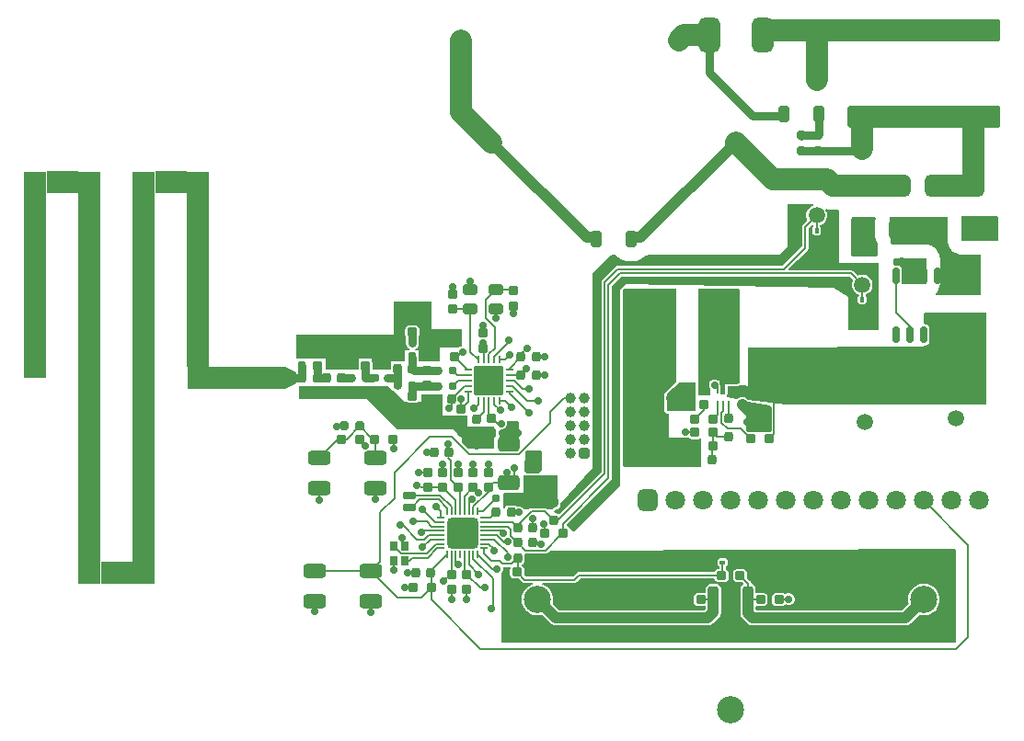
<source format=gbr>
%TF.GenerationSoftware,KiCad,Pcbnew,8.0.6-1.fc40*%
%TF.CreationDate,2024-12-16T09:47:33-08:00*%
%TF.ProjectId,energy_meter,656e6572-6779-45f6-9d65-7465722e6b69,0*%
%TF.SameCoordinates,Original*%
%TF.FileFunction,Copper,L1,Top*%
%TF.FilePolarity,Positive*%
%FSLAX46Y46*%
G04 Gerber Fmt 4.6, Leading zero omitted, Abs format (unit mm)*
G04 Created by KiCad (PCBNEW 8.0.6-1.fc40) date 2024-12-16 09:47:33*
%MOMM*%
%LPD*%
G01*
G04 APERTURE LIST*
G04 Aperture macros list*
%AMRoundRect*
0 Rectangle with rounded corners*
0 $1 Rounding radius*
0 $2 $3 $4 $5 $6 $7 $8 $9 X,Y pos of 4 corners*
0 Add a 4 corners polygon primitive as box body*
4,1,4,$2,$3,$4,$5,$6,$7,$8,$9,$2,$3,0*
0 Add four circle primitives for the rounded corners*
1,1,$1+$1,$2,$3*
1,1,$1+$1,$4,$5*
1,1,$1+$1,$6,$7*
1,1,$1+$1,$8,$9*
0 Add four rect primitives between the rounded corners*
20,1,$1+$1,$2,$3,$4,$5,0*
20,1,$1+$1,$4,$5,$6,$7,0*
20,1,$1+$1,$6,$7,$8,$9,0*
20,1,$1+$1,$8,$9,$2,$3,0*%
%AMOutline4P*
0 Free polygon, 4 corners , with rotation*
0 The origin of the aperture is its center*
0 number of corners: always 4*
0 $1 to $8 corner X, Y*
0 $9 Rotation angle, in degrees counterclockwise*
0 create outline with 4 corners*
4,1,4,$1,$2,$3,$4,$5,$6,$7,$8,$1,$2,$9*%
G04 Aperture macros list end*
%TA.AperFunction,SMDPad,CuDef*%
%ADD10RoundRect,0.200000X0.250000X-0.200000X0.250000X0.200000X-0.250000X0.200000X-0.250000X-0.200000X0*%
%TD*%
%TA.AperFunction,SMDPad,CuDef*%
%ADD11RoundRect,0.500000X-0.500000X0.500000X-0.500000X-0.500000X0.500000X-0.500000X0.500000X0.500000X0*%
%TD*%
%TA.AperFunction,SMDPad,CuDef*%
%ADD12RoundRect,0.108333X0.216667X0.241667X-0.216667X0.241667X-0.216667X-0.241667X0.216667X-0.241667X0*%
%TD*%
%TA.AperFunction,SMDPad,CuDef*%
%ADD13RoundRect,0.325000X-0.725000X-0.325000X0.725000X-0.325000X0.725000X0.325000X-0.725000X0.325000X0*%
%TD*%
%TA.AperFunction,SMDPad,CuDef*%
%ADD14RoundRect,0.200000X0.200000X0.250000X-0.200000X0.250000X-0.200000X-0.250000X0.200000X-0.250000X0*%
%TD*%
%TA.AperFunction,SMDPad,CuDef*%
%ADD15RoundRect,0.500000X0.500000X-0.500000X0.500000X0.500000X-0.500000X0.500000X-0.500000X-0.500000X0*%
%TD*%
%TA.AperFunction,SMDPad,CuDef*%
%ADD16RoundRect,0.200000X-0.200000X0.200000X-0.200000X-0.200000X0.200000X-0.200000X0.200000X0.200000X0*%
%TD*%
%TA.AperFunction,SMDPad,CuDef*%
%ADD17RoundRect,0.200000X0.250000X0.200000X-0.250000X0.200000X-0.250000X-0.200000X0.250000X-0.200000X0*%
%TD*%
%TA.AperFunction,SMDPad,CuDef*%
%ADD18RoundRect,0.100000X-0.100000X0.140000X-0.100000X-0.140000X0.100000X-0.140000X0.100000X0.140000X0*%
%TD*%
%TA.AperFunction,ComponentPad*%
%ADD19RoundRect,0.250000X0.250000X-0.250000X0.250000X0.250000X-0.250000X0.250000X-0.250000X-0.250000X0*%
%TD*%
%TA.AperFunction,ComponentPad*%
%ADD20C,1.000000*%
%TD*%
%TA.AperFunction,SMDPad,CuDef*%
%ADD21RoundRect,0.250000X0.250000X0.950000X-0.250000X0.950000X-0.250000X-0.950000X0.250000X-0.950000X0*%
%TD*%
%TA.AperFunction,SMDPad,CuDef*%
%ADD22RoundRect,0.450000X0.450000X3.300000X-0.450000X3.300000X-0.450000X-3.300000X0.450000X-3.300000X0*%
%TD*%
%TA.AperFunction,SMDPad,CuDef*%
%ADD23RoundRect,0.200000X-0.250000X0.200000X-0.250000X-0.200000X0.250000X-0.200000X0.250000X0.200000X0*%
%TD*%
%TA.AperFunction,SMDPad,CuDef*%
%ADD24RoundRect,0.200000X-0.200000X0.250000X-0.200000X-0.250000X0.200000X-0.250000X0.200000X0.250000X0*%
%TD*%
%TA.AperFunction,SMDPad,CuDef*%
%ADD25RoundRect,0.200000X-0.200000X-0.250000X0.200000X-0.250000X0.200000X0.250000X-0.200000X0.250000X0*%
%TD*%
%TA.AperFunction,SMDPad,CuDef*%
%ADD26RoundRect,0.175000X-0.475000X-0.350000X0.475000X-0.350000X0.475000X0.350000X-0.475000X0.350000X0*%
%TD*%
%TA.AperFunction,SMDPad,CuDef*%
%ADD27RoundRect,0.108333X-0.216667X-0.241667X0.216667X-0.241667X0.216667X0.241667X-0.216667X0.241667X0*%
%TD*%
%TA.AperFunction,SMDPad,CuDef*%
%ADD28RoundRect,0.100000X-0.140000X-0.100000X0.140000X-0.100000X0.140000X0.100000X-0.140000X0.100000X0*%
%TD*%
%TA.AperFunction,SMDPad,CuDef*%
%ADD29RoundRect,0.350000X-0.650000X0.350000X-0.650000X-0.350000X0.650000X-0.350000X0.650000X0.350000X0*%
%TD*%
%TA.AperFunction,ComponentPad*%
%ADD30RoundRect,0.375000X-0.375000X0.375000X-0.375000X-0.375000X0.375000X-0.375000X0.375000X0.375000X0*%
%TD*%
%TA.AperFunction,ComponentPad*%
%ADD31C,1.500000*%
%TD*%
%TA.AperFunction,SMDPad,CuDef*%
%ADD32RoundRect,0.200000X-0.250000X-0.200000X0.250000X-0.200000X0.250000X0.200000X-0.250000X0.200000X0*%
%TD*%
%TA.AperFunction,SMDPad,CuDef*%
%ADD33RoundRect,0.187500X0.187500X-0.237500X0.187500X0.237500X-0.187500X0.237500X-0.187500X-0.237500X0*%
%TD*%
%TA.AperFunction,ComponentPad*%
%ADD34C,1.400000*%
%TD*%
%TA.AperFunction,SMDPad,CuDef*%
%ADD35R,3.000000X2.000000*%
%TD*%
%TA.AperFunction,ComponentPad*%
%ADD36C,0.500000*%
%TD*%
%TA.AperFunction,SMDPad,CuDef*%
%ADD37R,2.000000X38.000000*%
%TD*%
%TA.AperFunction,SMDPad,CuDef*%
%ADD38R,9.000000X2.000000*%
%TD*%
%TA.AperFunction,SMDPad,CuDef*%
%ADD39Outline4P,-1.000000X-0.500000X1.000000X-0.500000X0.500000X0.500000X-0.500000X0.500000X270.000000*%
%TD*%
%TA.AperFunction,SMDPad,CuDef*%
%ADD40R,2.000000X19.000000*%
%TD*%
%TA.AperFunction,SMDPad,CuDef*%
%ADD41R,2.000000X18.000000*%
%TD*%
%TA.AperFunction,SMDPad,CuDef*%
%ADD42RoundRect,0.350000X0.650000X-0.350000X0.650000X0.350000X-0.650000X0.350000X-0.650000X-0.350000X0*%
%TD*%
%TA.AperFunction,ComponentPad*%
%ADD43RoundRect,0.450000X-0.450000X-0.550000X0.450000X-0.550000X0.450000X0.550000X-0.450000X0.550000X0*%
%TD*%
%TA.AperFunction,ComponentPad*%
%ADD44C,1.800000*%
%TD*%
%TA.AperFunction,SMDPad,CuDef*%
%ADD45RoundRect,0.490000X0.490000X1.085000X-0.490000X1.085000X-0.490000X-1.085000X0.490000X-1.085000X0*%
%TD*%
%TA.AperFunction,SMDPad,CuDef*%
%ADD46RoundRect,0.250000X-0.250000X-0.500000X0.250000X-0.500000X0.250000X0.500000X-0.250000X0.500000X0*%
%TD*%
%TA.AperFunction,SMDPad,CuDef*%
%ADD47RoundRect,0.280000X-1.120000X-1.120000X1.120000X-1.120000X1.120000X1.120000X-1.120000X1.120000X0*%
%TD*%
%TA.AperFunction,SMDPad,CuDef*%
%ADD48RoundRect,0.055000X0.325000X-0.055000X0.325000X0.055000X-0.325000X0.055000X-0.325000X-0.055000X0*%
%TD*%
%TA.AperFunction,SMDPad,CuDef*%
%ADD49RoundRect,0.055000X0.055000X0.325000X-0.055000X0.325000X-0.055000X-0.325000X0.055000X-0.325000X0*%
%TD*%
%TA.AperFunction,SMDPad,CuDef*%
%ADD50RoundRect,0.055000X-0.325000X0.055000X-0.325000X-0.055000X0.325000X-0.055000X0.325000X0.055000X0*%
%TD*%
%TA.AperFunction,SMDPad,CuDef*%
%ADD51RoundRect,0.055000X-0.055000X-0.325000X0.055000X-0.325000X0.055000X0.325000X-0.055000X0.325000X0*%
%TD*%
%TA.AperFunction,SMDPad,CuDef*%
%ADD52RoundRect,0.350000X-0.450000X0.350000X-0.450000X-0.350000X0.450000X-0.350000X0.450000X0.350000X0*%
%TD*%
%TA.AperFunction,SMDPad,CuDef*%
%ADD53RoundRect,0.202500X-1.147500X1.147500X-1.147500X-1.147500X1.147500X-1.147500X1.147500X1.147500X0*%
%TD*%
%TA.AperFunction,SMDPad,CuDef*%
%ADD54RoundRect,0.060000X0.240000X0.060000X-0.240000X0.060000X-0.240000X-0.060000X0.240000X-0.060000X0*%
%TD*%
%TA.AperFunction,SMDPad,CuDef*%
%ADD55RoundRect,0.060000X-0.060000X0.240000X-0.060000X-0.240000X0.060000X-0.240000X0.060000X0.240000X0*%
%TD*%
%TA.AperFunction,SMDPad,CuDef*%
%ADD56RoundRect,0.060000X-0.240000X-0.060000X0.240000X-0.060000X0.240000X0.060000X-0.240000X0.060000X0*%
%TD*%
%TA.AperFunction,SMDPad,CuDef*%
%ADD57RoundRect,0.060000X0.060000X-0.240000X0.060000X0.240000X-0.060000X0.240000X-0.060000X-0.240000X0*%
%TD*%
%TA.AperFunction,SMDPad,CuDef*%
%ADD58RoundRect,0.150000X0.150000X0.625000X-0.150000X0.625000X-0.150000X-0.625000X0.150000X-0.625000X0*%
%TD*%
%TA.AperFunction,SMDPad,CuDef*%
%ADD59RoundRect,0.108333X0.241667X-0.216667X0.241667X0.216667X-0.241667X0.216667X-0.241667X-0.216667X0*%
%TD*%
%TA.AperFunction,SMDPad,CuDef*%
%ADD60RoundRect,0.062500X0.062500X0.237500X-0.062500X0.237500X-0.062500X-0.237500X0.062500X-0.237500X0*%
%TD*%
%TA.AperFunction,SMDPad,CuDef*%
%ADD61RoundRect,0.200000X-0.200000X-0.200000X0.200000X-0.200000X0.200000X0.200000X-0.200000X0.200000X0*%
%TD*%
%TA.AperFunction,SMDPad,CuDef*%
%ADD62RoundRect,0.350000X-0.350000X-0.650000X0.350000X-0.650000X0.350000X0.650000X-0.350000X0.650000X0*%
%TD*%
%TA.AperFunction,SMDPad,CuDef*%
%ADD63RoundRect,0.200000X2.800000X0.800000X-2.800000X0.800000X-2.800000X-0.800000X2.800000X-0.800000X0*%
%TD*%
%TA.AperFunction,SMDPad,CuDef*%
%ADD64RoundRect,0.200000X1.550000X0.800000X-1.550000X0.800000X-1.550000X-0.800000X1.550000X-0.800000X0*%
%TD*%
%TA.AperFunction,SMDPad,CuDef*%
%ADD65RoundRect,0.200000X0.200000X-0.200000X0.200000X0.200000X-0.200000X0.200000X-0.200000X-0.200000X0*%
%TD*%
%TA.AperFunction,SMDPad,CuDef*%
%ADD66RoundRect,0.175000X-0.425000X0.175000X-0.425000X-0.175000X0.425000X-0.175000X0.425000X0.175000X0*%
%TD*%
%TA.AperFunction,ComponentPad*%
%ADD67C,2.500000*%
%TD*%
%TA.AperFunction,ViaPad*%
%ADD68C,0.700000*%
%TD*%
%TA.AperFunction,Conductor*%
%ADD69C,0.800000*%
%TD*%
%TA.AperFunction,Conductor*%
%ADD70C,0.200000*%
%TD*%
%TA.AperFunction,Conductor*%
%ADD71C,1.000000*%
%TD*%
%TA.AperFunction,Conductor*%
%ADD72C,2.000000*%
%TD*%
G04 APERTURE END LIST*
D10*
%TO.P,C602,1*%
%TO.N,+3V*%
X114600000Y-76100000D03*
%TO.P,C602,2*%
%TO.N,GND*%
X114600000Y-74700000D03*
%TD*%
D11*
%TO.P,D202,1,K*%
%TO.N,Net-(D202-K)*%
X152200000Y-60290000D03*
%TO.P,D202,2,A*%
%TO.N,GND*%
X152200000Y-64290000D03*
%TD*%
D12*
%TO.P,L602,1,1*%
%TO.N,Net-(U601-RF_N)*%
X114425000Y-78750000D03*
%TO.P,L602,2,2*%
%TO.N,Net-(C610-Pad2)*%
X113075000Y-78750000D03*
%TD*%
D13*
%TO.P,S502,1,1*%
%TO.N,/HMI.Reset*%
X101700000Y-95800000D03*
X106900000Y-95800000D03*
%TO.P,S502,2,2*%
%TO.N,GND*%
X101700000Y-98600000D03*
X106900000Y-98600000D03*
%TD*%
D14*
%TO.P,C501,1*%
%TO.N,/HMI.Reset*%
X112400000Y-96000000D03*
%TO.P,C501,2*%
%TO.N,GND*%
X111000000Y-96000000D03*
%TD*%
D15*
%TO.P,D205,1,K*%
%TO.N,Net-(D204-K)*%
X158900000Y-64290000D03*
%TO.P,D205,2,A*%
%TO.N,/Power/AC.Neutral*%
X158900000Y-60290000D03*
%TD*%
D16*
%TO.P,D207,1,K*%
%TO.N,Net-(D201-A)*%
X148000000Y-55700000D03*
%TO.P,D207,2,A*%
%TO.N,/Power/AC.Neutral*%
X148000000Y-57100000D03*
%TD*%
D17*
%TO.P,R207,1*%
%TO.N,Net-(C205-Pad1)*%
X138400000Y-83050000D03*
%TO.P,R207,2*%
%TO.N,GND*%
X136700000Y-83050000D03*
%TD*%
D18*
%TO.P,D302,1,K*%
%TO.N,/Microcontroller/Sense.Neutral*%
X152100000Y-70800000D03*
%TO.P,D302,2,A*%
%TO.N,GND*%
X152100000Y-72300000D03*
%TD*%
D19*
%TO.P,J401,1,Vref*%
%TO.N,+3V*%
X126500000Y-84980000D03*
D20*
%TO.P,J401,2,SWDIO*%
%TO.N,Net-(J401-SWDIO)*%
X125230000Y-84980000D03*
%TO.P,J401,3,GND*%
%TO.N,GND*%
X126500000Y-83710000D03*
%TO.P,J401,4,SWCLK*%
%TO.N,Net-(J401-SWCLK)*%
X125230000Y-83710000D03*
%TO.P,J401,5,GND*%
%TO.N,GND*%
X126500000Y-82440000D03*
%TO.P,J401,6,SWO*%
%TO.N,unconnected-(J401-SWO-Pad6)*%
X125230000Y-82440000D03*
%TO.P,J401,7,NC*%
%TO.N,unconnected-(J401-NC-Pad7)*%
X126500000Y-81170000D03*
%TO.P,J401,8,NC*%
%TO.N,unconnected-(J401-NC-Pad8)*%
X125230000Y-81170000D03*
%TO.P,J401,9,NC*%
%TO.N,unconnected-(J401-NC-Pad9)*%
X126500000Y-79900000D03*
%TO.P,J401,10,~{RESET}*%
%TO.N,/HMI.Reset*%
X125230000Y-79900000D03*
%TD*%
D10*
%TO.P,C204,1*%
%TO.N,Net-(C204-Pad1)*%
X137550000Y-80500000D03*
%TO.P,C204,2*%
%TO.N,Net-(U201-SW)*%
X137550000Y-79100000D03*
%TD*%
D17*
%TO.P,R205,1*%
%TO.N,Net-(U201-BST)*%
X138400000Y-81800000D03*
%TO.P,R205,2*%
%TO.N,Net-(C204-Pad1)*%
X136700000Y-81800000D03*
%TD*%
D21*
%TO.P,R302,1*%
%TO.N,Net-(R301-Pad2)*%
X141600000Y-98400000D03*
%TO.P,R302,2*%
%TO.N,Net-(R302-Pad2)*%
X138400000Y-98400000D03*
%TD*%
D14*
%TO.P,C615,1*%
%TO.N,Net-(C615-Pad1)*%
X104200000Y-78000000D03*
%TO.P,C615,2*%
%TO.N,Net-(C615-Pad2)*%
X102800000Y-78000000D03*
%TD*%
D17*
%TO.P,R303,1*%
%TO.N,Net-(R302-Pad2)*%
X137250000Y-98400000D03*
%TO.P,R303,2*%
%TO.N,GND*%
X135550000Y-98400000D03*
%TD*%
D10*
%TO.P,C616,1*%
%TO.N,Net-(C615-Pad2)*%
X102000000Y-76950000D03*
%TO.P,C616,2*%
%TO.N,GND*%
X102000000Y-75550000D03*
%TD*%
D18*
%TO.P,D301,1,K*%
%TO.N,/Microcontroller/Sense.Line*%
X147900000Y-64450000D03*
%TO.P,D301,2,A*%
%TO.N,GND*%
X147900000Y-65950000D03*
%TD*%
D22*
%TO.P,L201,1,1*%
%TO.N,Net-(U201-SW)*%
X139100000Y-74300000D03*
%TO.P,L201,2,2*%
%TO.N,+3V*%
X133500000Y-74300000D03*
%TD*%
D23*
%TO.P,C604,1*%
%TO.N,+3V*%
X115200000Y-80900000D03*
%TO.P,C604,2*%
%TO.N,GND*%
X115200000Y-82300000D03*
%TD*%
D10*
%TO.P,C404,1*%
%TO.N,+3V*%
X117700000Y-88100000D03*
%TO.P,C404,2*%
%TO.N,GND*%
X117700000Y-86700000D03*
%TD*%
D14*
%TO.P,C603,1*%
%TO.N,+3V*%
X114300000Y-80000000D03*
%TO.P,C603,2*%
%TO.N,GND*%
X112900000Y-80000000D03*
%TD*%
D24*
%TO.P,R308,1*%
%TO.N,+1.8V*%
X123700000Y-89450000D03*
%TO.P,R308,2*%
%TO.N,/Microcontroller/Sense.Line*%
X123700000Y-91150000D03*
%TD*%
D25*
%TO.P,C605,1*%
%TO.N,+3V*%
X120700000Y-77800000D03*
%TO.P,C605,2*%
%TO.N,GND*%
X122100000Y-77800000D03*
%TD*%
D12*
%TO.P,L606,1,1*%
%TO.N,Net-(C614-Pad1)*%
X106425000Y-78000000D03*
%TO.P,L606,2,2*%
%TO.N,Net-(C615-Pad1)*%
X105075000Y-78000000D03*
%TD*%
D14*
%TO.P,C303,1*%
%TO.N,+1.8V*%
X121800000Y-93200000D03*
%TO.P,C303,2*%
%TO.N,/Microcontroller/Sense.Neutral*%
X120400000Y-93200000D03*
%TD*%
D26*
%TO.P,X601,1,1*%
%TO.N,Net-(U601-XOSC_Q2)*%
X116050000Y-71675000D03*
%TO.P,X601,2,2*%
%TO.N,GND*%
X118350000Y-71675000D03*
%TO.P,X601,3,3*%
%TO.N,Net-(U601-XOSC_Q1)*%
X118350000Y-69925000D03*
%TO.P,X601,4,GND*%
%TO.N,GND*%
X116050000Y-69925000D03*
%TD*%
D27*
%TO.P,L401,1,1*%
%TO.N,Net-(U401-VREGSW)*%
X118425000Y-89100000D03*
%TO.P,L401,2,2*%
%TO.N,+1.8V*%
X119775000Y-89100000D03*
%TD*%
D14*
%TO.P,C205,1*%
%TO.N,Net-(C205-Pad1)*%
X138250000Y-85550000D03*
%TO.P,C205,2*%
%TO.N,+3V*%
X136850000Y-85550000D03*
%TD*%
D28*
%TO.P,D303,1,K*%
%TO.N,/Microcontroller/Sense.Current*%
X139250000Y-95000000D03*
%TO.P,D303,2,A*%
%TO.N,GND*%
X140750000Y-95000000D03*
%TD*%
D29*
%TO.P,C201,1*%
%TO.N,/Power/12V\u002C50mA*%
X142750000Y-78000000D03*
%TO.P,C201,2*%
%TO.N,GND*%
X142750000Y-81600000D03*
%TD*%
D30*
%TO.P,C208,1*%
%TO.N,/Power/12V\u002C50mA*%
X160700000Y-79250000D03*
D31*
%TO.P,C208,2*%
%TO.N,GND*%
X160700000Y-81750000D03*
%TD*%
D23*
%TO.P,C202,1*%
%TO.N,/Power/12V\u002C50mA*%
X141050000Y-79100000D03*
%TO.P,C202,2*%
%TO.N,GND*%
X141050000Y-80500000D03*
%TD*%
D32*
%TO.P,R307,1*%
%TO.N,/Microcontroller/Sense.Current*%
X120350000Y-95900000D03*
%TO.P,R307,2*%
%TO.N,GND*%
X122050000Y-95900000D03*
%TD*%
D15*
%TO.P,D206,1,K*%
%TO.N,/Power/12V\u002C50mA*%
X161600000Y-73337500D03*
%TO.P,D206,2,A*%
%TO.N,Net-(D204-K)*%
X161600000Y-69337500D03*
%TD*%
D33*
%TO.P,X401,1,1*%
%TO.N,Net-(U401-HFXTAL_O)*%
X110025000Y-94875000D03*
%TO.P,X401,2,2*%
%TO.N,GND*%
X110025000Y-93525000D03*
%TO.P,X401,3,3*%
%TO.N,Net-(U401-HFXTAL_I)*%
X108975000Y-93525000D03*
%TO.P,X401,4,GND*%
%TO.N,GND*%
X108975000Y-94875000D03*
%TD*%
D10*
%TO.P,C611,1*%
%TO.N,GND*%
X110700000Y-81100000D03*
%TO.P,C611,2*%
%TO.N,Net-(C610-Pad2)*%
X110700000Y-79700000D03*
%TD*%
%TO.P,C612,1*%
%TO.N,Net-(C612-Pad1)*%
X110700000Y-73775000D03*
%TO.P,C612,2*%
%TO.N,GND*%
X110700000Y-72375000D03*
%TD*%
%TO.P,C411,1*%
%TO.N,+1.8V*%
X116300000Y-88100000D03*
%TO.P,C411,2*%
%TO.N,GND*%
X116300000Y-86700000D03*
%TD*%
D23*
%TO.P,C610,1*%
%TO.N,Net-(C610-Pad1)*%
X112000000Y-77300000D03*
%TO.P,C610,2*%
%TO.N,Net-(C610-Pad2)*%
X112000000Y-78700000D03*
%TD*%
D34*
%TO.P,C203,1*%
%TO.N,Net-(C203-Pad1)*%
X117950000Y-56300000D03*
%TO.P,C203,2*%
%TO.N,Net-(D202-K)*%
X140450000Y-56300000D03*
%TD*%
D17*
%TO.P,R301,1*%
%TO.N,+3V*%
X144450000Y-98400000D03*
%TO.P,R301,2*%
%TO.N,Net-(R301-Pad2)*%
X142750000Y-98400000D03*
%TD*%
D25*
%TO.P,C301,1*%
%TO.N,/Microcontroller/Sense.Current*%
X120400000Y-94600000D03*
%TO.P,C301,2*%
%TO.N,GND*%
X121800000Y-94600000D03*
%TD*%
%TO.P,C607,1*%
%TO.N,+3V*%
X120700000Y-76100000D03*
%TO.P,C607,2*%
%TO.N,GND*%
X122100000Y-76100000D03*
%TD*%
D35*
%TO.P,A601,1,1*%
%TO.N,Net-(A601-Pad1)*%
X83500000Y-96000000D03*
D36*
X81000000Y-95900000D03*
X86000000Y-95900000D03*
X81000000Y-87400000D03*
X86000000Y-87400000D03*
X81000000Y-78000000D03*
D37*
X81000000Y-78000000D03*
D36*
X86000000Y-78000000D03*
D37*
X86000000Y-78000000D03*
D36*
X91000000Y-78000000D03*
D38*
X94500000Y-78000000D03*
D36*
X94600000Y-78000000D03*
X97800000Y-78000000D03*
D39*
X99500000Y-78000000D03*
D36*
X76000000Y-77700000D03*
X76000000Y-68600000D03*
X81000000Y-68600000D03*
X86000000Y-68600000D03*
X91000000Y-68600000D03*
D40*
X76000000Y-68500000D03*
D41*
X91000000Y-68000000D03*
D36*
X76000000Y-60100000D03*
X81000000Y-60100000D03*
X86000000Y-60100000D03*
X91000000Y-60100000D03*
D35*
X78500000Y-60000000D03*
X88500000Y-60000000D03*
%TD*%
D42*
%TO.P,C401,1*%
%TO.N,+3V*%
X119600000Y-87700000D03*
%TO.P,C401,2*%
%TO.N,GND*%
X119600000Y-84100000D03*
%TD*%
D43*
%TO.P,J501,1,VIN*%
%TO.N,+3V*%
X132320000Y-89300000D03*
D44*
%TO.P,J501,2,3V3*%
%TO.N,unconnected-(J501-3V3-Pad2)*%
X134860000Y-89300000D03*
%TO.P,J501,3,GND*%
%TO.N,GND*%
X137400000Y-89300000D03*
%TO.P,J501,4,SCK*%
%TO.N,/SPI.SCK*%
X139940000Y-89300000D03*
%TO.P,J501,5,MISO*%
%TO.N,/SPI.Miso*%
X142480000Y-89300000D03*
%TO.P,J501,6,MOSI*%
%TO.N,/SPI.Mosi*%
X145020000Y-89300000D03*
%TO.P,J501,7,ECS*%
%TO.N,/HMI.ECS*%
X147560000Y-89300000D03*
%TO.P,J501,8,D/C*%
%TO.N,/HMI.DC*%
X150100000Y-89300000D03*
%TO.P,J501,9,SRCS*%
%TO.N,/HMI.SRCS*%
X152640000Y-89300000D03*
%TO.P,J501,10,SDCS*%
%TO.N,unconnected-(J501-SDCS-Pad10)*%
X155180000Y-89300000D03*
%TO.P,J501,11,RST*%
%TO.N,/HMI.Reset*%
X157720000Y-89300000D03*
%TO.P,J501,12,BUSY*%
%TO.N,/HMI.Busy*%
X160260000Y-89300000D03*
%TO.P,J501,13,ENA*%
%TO.N,unconnected-(J501-ENA-Pad13)*%
X162800000Y-89300000D03*
%TD*%
D45*
%TO.P,F201,1*%
%TO.N,/Power/AC.Line*%
X142955000Y-46400000D03*
%TO.P,F201,2*%
%TO.N,Net-(F201-Pad2)*%
X138045000Y-46400000D03*
%TD*%
D10*
%TO.P,C403,1*%
%TO.N,+3V*%
X112100000Y-88100000D03*
%TO.P,C403,2*%
%TO.N,GND*%
X112100000Y-86700000D03*
%TD*%
D17*
%TO.P,R502,1*%
%TO.N,+3V*%
X105900000Y-83650000D03*
%TO.P,R502,2*%
%TO.N,Net-(D501-A)*%
X104200000Y-83650000D03*
%TD*%
D32*
%TO.P,R309,1*%
%TO.N,+1.8V*%
X122850000Y-92300000D03*
%TO.P,R309,2*%
%TO.N,/Microcontroller/Sense.Neutral*%
X124550000Y-92300000D03*
%TD*%
D14*
%TO.P,C402,1*%
%TO.N,+3V*%
X114100000Y-84900000D03*
%TO.P,C402,2*%
%TO.N,GND*%
X112700000Y-84900000D03*
%TD*%
D46*
%TO.P,R201,1*%
%TO.N,Net-(F201-Pad2)*%
X144900000Y-53700000D03*
%TO.P,R201,2*%
%TO.N,Net-(D201-A)*%
X148100000Y-53700000D03*
%TD*%
D17*
%TO.P,R501,1*%
%TO.N,/HMI.LED*%
X108900000Y-83650000D03*
%TO.P,R501,2*%
%TO.N,Net-(D501-A)*%
X107200000Y-83650000D03*
%TD*%
D12*
%TO.P,L601,1,1*%
%TO.N,Net-(U601-RF_P)*%
X114425000Y-77300000D03*
%TO.P,L601,2,2*%
%TO.N,Net-(C610-Pad1)*%
X113075000Y-77300000D03*
%TD*%
D10*
%TO.P,C405,1*%
%TO.N,+3V*%
X114900000Y-88100000D03*
%TO.P,C405,2*%
%TO.N,GND*%
X114900000Y-86700000D03*
%TD*%
%TO.P,C614,1*%
%TO.N,Net-(C614-Pad1)*%
X106400000Y-76950000D03*
%TO.P,C614,2*%
%TO.N,GND*%
X106400000Y-75550000D03*
%TD*%
D47*
%TO.P,U401,0,VSS*%
%TO.N,GND*%
X115300000Y-92300000D03*
D48*
%TO.P,U401,1,PC00*%
%TO.N,/Radio.GDO0*%
X113315000Y-90900000D03*
%TO.P,U401,2,PC01*%
%TO.N,/SPI.SCK*%
X113315000Y-91300000D03*
%TO.P,U401,3,PC02*%
%TO.N,/SPI.Miso*%
X113315000Y-91700000D03*
%TO.P,U401,4,PC03*%
%TO.N,/SPI.Mosi*%
X113315000Y-92100000D03*
%TO.P,U401,5,PC04*%
%TO.N,/Radio.GDO2*%
X113315000Y-92500000D03*
%TO.P,U401,6,PC05*%
%TO.N,/HMI.LED*%
X113315000Y-92900000D03*
%TO.P,U401,7,HFXTAL_I*%
%TO.N,Net-(U401-HFXTAL_I)*%
X113315000Y-93300000D03*
%TO.P,U401,8,HFXTAL_O*%
%TO.N,Net-(U401-HFXTAL_O)*%
X113315000Y-93700000D03*
D49*
%TO.P,U401,9,~{RESET}*%
%TO.N,/HMI.Reset*%
X113900000Y-94285000D03*
%TO.P,U401,10,DVDD*%
%TO.N,+1.8V*%
X114300000Y-94285000D03*
%TO.P,U401,11,VSS*%
%TO.N,GND*%
X114700000Y-94285000D03*
%TO.P,U401,12,NC*%
%TO.N,unconnected-(U401-NC-Pad12)*%
X115100000Y-94285000D03*
%TO.P,U401,13,DVDD*%
%TO.N,+1.8V*%
X115500000Y-94285000D03*
%TO.P,U401,14,PB02*%
%TO.N,/HMI.Busy*%
X115900000Y-94285000D03*
%TO.P,U401,15,PB01*%
%TO.N,/HMI.SRCS*%
X116300000Y-94285000D03*
%TO.P,U401,16,PB00*%
%TO.N,/HMI.DC*%
X116700000Y-94285000D03*
D50*
%TO.P,U401,17,PA00*%
%TO.N,/Microcontroller/Sense.Current*%
X117285000Y-93700000D03*
%TO.P,U401,18,PA01/SWCLK*%
%TO.N,Net-(J401-SWCLK)*%
X117285000Y-93300000D03*
%TO.P,U401,19,PA02/SCWIO*%
%TO.N,Net-(J401-SWDIO)*%
X117285000Y-92900000D03*
%TO.P,U401,20,PA03/SWO*%
%TO.N,/HMI.ECS*%
X117285000Y-92500000D03*
%TO.P,U401,21,PA04*%
%TO.N,/Radio.CS*%
X117285000Y-92100000D03*
%TO.P,U401,22,PA05*%
%TO.N,/Microcontroller/Sense.Neutral*%
X117285000Y-91700000D03*
%TO.P,U401,23,PA06*%
%TO.N,/Microcontroller/Sense.Line*%
X117285000Y-91300000D03*
%TO.P,U401,24,DECOUPLE*%
%TO.N,Net-(U401-DECOUPLE)*%
X117285000Y-90900000D03*
D51*
%TO.P,U401,25,VREGSW*%
%TO.N,Net-(U401-VREGSW)*%
X116700000Y-90315000D03*
%TO.P,U401,26,VREGVDD*%
%TO.N,+3V*%
X116300000Y-90315000D03*
%TO.P,U401,27,VREGVSS*%
%TO.N,GND*%
X115900000Y-90315000D03*
%TO.P,U401,28,DVDD*%
%TO.N,+1.8V*%
X115500000Y-90315000D03*
%TO.P,U401,29,AVDD*%
%TO.N,+3V*%
X115100000Y-90315000D03*
%TO.P,U401,30,IOVDD*%
X114700000Y-90315000D03*
%TO.P,U401,31,PD01/LFXTAL_I*%
%TO.N,Net-(U401-PD01{slash}LFXTAL_I)*%
X114300000Y-90315000D03*
%TO.P,U401,32,PD00/LFXTAL_O*%
%TO.N,Net-(U401-PD00{slash}LFXTAL_O)*%
X113900000Y-90315000D03*
%TD*%
D12*
%TO.P,L604,1,1*%
%TO.N,Net-(C610-Pad2)*%
X110675000Y-78700000D03*
%TO.P,L604,2,2*%
%TO.N,Net-(C613-Pad2)*%
X109325000Y-78700000D03*
%TD*%
D13*
%TO.P,S501,1,1*%
%TO.N,Net-(D501-A)*%
X102100000Y-85400000D03*
X107300000Y-85400000D03*
%TO.P,S501,2,2*%
%TO.N,GND*%
X102100000Y-88200000D03*
X107300000Y-88200000D03*
%TD*%
D24*
%TO.P,R601,1*%
%TO.N,Net-(U601-RBIAS)*%
X116600000Y-81800000D03*
%TO.P,R601,2*%
%TO.N,GND*%
X116600000Y-83500000D03*
%TD*%
D10*
%TO.P,C406,1*%
%TO.N,+3V*%
X113500000Y-88100000D03*
%TO.P,C406,2*%
%TO.N,GND*%
X113500000Y-86700000D03*
%TD*%
D23*
%TO.P,C606,1*%
%TO.N,+3V*%
X118000000Y-81700000D03*
%TO.P,C606,2*%
%TO.N,GND*%
X118000000Y-83100000D03*
%TD*%
D17*
%TO.P,R304,1*%
%TO.N,Net-(R301-Pad2)*%
X140850000Y-96200000D03*
%TO.P,R304,2*%
%TO.N,/Microcontroller/Sense.Current*%
X139150000Y-96200000D03*
%TD*%
D23*
%TO.P,C408,1*%
%TO.N,+1.8V*%
X114300000Y-96100000D03*
%TO.P,C408,2*%
%TO.N,GND*%
X114300000Y-97500000D03*
%TD*%
D52*
%TO.P,C410,1*%
%TO.N,GND*%
X121800000Y-86100000D03*
%TO.P,C410,2*%
%TO.N,+1.8V*%
X121800000Y-88700000D03*
%TD*%
D53*
%TO.P,U601,0,GND*%
%TO.N,GND*%
X117750000Y-78250000D03*
D54*
%TO.P,U601,1,SLCK*%
%TO.N,/SPI.SCK*%
X119650000Y-79250000D03*
%TO.P,U601,2,S0*%
%TO.N,/SPI.Miso*%
X119650000Y-78750000D03*
%TO.P,U601,3,GDO2*%
%TO.N,/Radio.GDO2*%
X119650000Y-78250000D03*
%TO.P,U601,4,DVDD*%
%TO.N,+3V*%
X119650000Y-77750000D03*
%TO.P,U601,5,DCOUPL*%
X119650000Y-77250000D03*
D55*
%TO.P,U601,6,GDO0*%
%TO.N,/Radio.GDO0*%
X118750000Y-76350000D03*
%TO.P,U601,7,~{CS}*%
%TO.N,/Radio.CS*%
X118250000Y-76350000D03*
%TO.P,U601,8,XOSC_Q1*%
%TO.N,Net-(U601-XOSC_Q1)*%
X117750000Y-76350000D03*
%TO.P,U601,9,AVDD*%
%TO.N,+3V*%
X117250000Y-76350000D03*
%TO.P,U601,10,XOSC_Q2*%
%TO.N,Net-(U601-XOSC_Q2)*%
X116750000Y-76350000D03*
D56*
%TO.P,U601,11,AVDD*%
%TO.N,+3V*%
X115850000Y-77250000D03*
%TO.P,U601,12,RF_P*%
%TO.N,Net-(U601-RF_P)*%
X115850000Y-77750000D03*
%TO.P,U601,13,RF_N*%
%TO.N,Net-(U601-RF_N)*%
X115850000Y-78250000D03*
%TO.P,U601,14,AVDD*%
%TO.N,+3V*%
X115850000Y-78750000D03*
%TO.P,U601,15,AVDD*%
X115850000Y-79250000D03*
D57*
%TO.P,U601,16,GND*%
%TO.N,GND*%
X116750000Y-80150000D03*
%TO.P,U601,17,RBIAS*%
%TO.N,Net-(U601-RBIAS)*%
X117250000Y-80150000D03*
%TO.P,U601,18,DGUARD*%
%TO.N,+3V*%
X117750000Y-80150000D03*
%TO.P,U601,19,GND*%
%TO.N,GND*%
X118250000Y-80150000D03*
D55*
%TO.P,U601,20,SI*%
%TO.N,/SPI.Mosi*%
X118750000Y-80150000D03*
%TD*%
D58*
%TO.P,U202,1,SH*%
%TO.N,Net-(D204-K)*%
X159005000Y-68637500D03*
%TO.P,U202,2,PGND*%
%TO.N,GND*%
X157735000Y-68637500D03*
%TO.P,U202,3,AGND*%
X156465000Y-68637500D03*
%TO.P,U202,4,FB*%
%TO.N,Net-(U202-D12)*%
X155195000Y-68637500D03*
%TO.P,U202,5,D24*%
%TO.N,unconnected-(U202-D24-Pad5)*%
X155195000Y-74037500D03*
%TO.P,U202,6,D12*%
%TO.N,Net-(U202-D12)*%
X156465000Y-74037500D03*
%TO.P,U202,7,D6*%
%TO.N,unconnected-(U202-D6-Pad7)*%
X157735000Y-74037500D03*
%TO.P,U202,8,OUT*%
%TO.N,/Power/12V\u002C50mA*%
X159005000Y-74037500D03*
%TD*%
D24*
%TO.P,R206,1*%
%TO.N,Net-(U201-FB)*%
X139800000Y-81700000D03*
%TO.P,R206,2*%
%TO.N,Net-(C205-Pad1)*%
X139800000Y-83400000D03*
%TD*%
D59*
%TO.P,L607,1,1*%
%TO.N,Net-(A601-Pad1)*%
X100500000Y-76862500D03*
%TO.P,L607,2,2*%
%TO.N,GND*%
X100500000Y-75512500D03*
%TD*%
D60*
%TO.P,U201,1,VIN*%
%TO.N,/Power/12V\u002C50mA*%
X139800000Y-79100000D03*
%TO.P,U201,2,SW*%
%TO.N,Net-(U201-SW)*%
X139300000Y-79100000D03*
%TO.P,U201,3,GND*%
%TO.N,GND*%
X138800000Y-79100000D03*
%TO.P,U201,4,BST*%
%TO.N,Net-(U201-BST)*%
X138800000Y-80500000D03*
%TO.P,U201,5,EN*%
%TO.N,Net-(U201-EN)*%
X139300000Y-80500000D03*
%TO.P,U201,6,FB*%
%TO.N,Net-(U201-FB)*%
X139800000Y-80500000D03*
%TD*%
D61*
%TO.P,D501,1,K*%
%TO.N,GND*%
X104450000Y-82450000D03*
%TO.P,D501,2,A*%
%TO.N,Net-(D501-A)*%
X105850000Y-82450000D03*
%TD*%
D12*
%TO.P,L605,1,1*%
%TO.N,Net-(C613-Pad2)*%
X108625000Y-78000000D03*
%TO.P,L605,2,2*%
%TO.N,Net-(C614-Pad1)*%
X107275000Y-78000000D03*
%TD*%
D32*
%TO.P,R503,1*%
%TO.N,+3V*%
X110750000Y-97300000D03*
%TO.P,R503,2*%
%TO.N,/HMI.Reset*%
X112450000Y-97300000D03*
%TD*%
D62*
%TO.P,C206,1*%
%TO.N,+3V*%
X132500000Y-79800000D03*
%TO.P,C206,2*%
%TO.N,GND*%
X136100000Y-79800000D03*
%TD*%
D14*
%TO.P,C617,1*%
%TO.N,Net-(C615-Pad2)*%
X101950000Y-78000000D03*
%TO.P,C617,2*%
%TO.N,Net-(A601-Pad1)*%
X100550000Y-78000000D03*
%TD*%
D17*
%TO.P,R208,1*%
%TO.N,Net-(C205-Pad1)*%
X138400000Y-84300000D03*
%TO.P,R208,2*%
%TO.N,+3V*%
X136700000Y-84300000D03*
%TD*%
D63*
%TO.P,J101,1,1*%
%TO.N,/Power/AC.Line*%
X161800000Y-46000000D03*
%TO.P,J101,2,2*%
%TO.N,/Power/AC.Neutral*%
X161800000Y-54000000D03*
D64*
%TO.P,J101,3,3*%
%TO.N,/Power/AC.Line*%
X152550000Y-46000000D03*
%TO.P,J101,4,4*%
%TO.N,/Power/AC.Neutral*%
X152550000Y-54000000D03*
%TD*%
D15*
%TO.P,D204,1,K*%
%TO.N,Net-(D204-K)*%
X155550000Y-64290000D03*
%TO.P,D204,2,A*%
%TO.N,Net-(D202-K)*%
X155550000Y-60290000D03*
%TD*%
D23*
%TO.P,C409,1*%
%TO.N,+1.8V*%
X115700000Y-96100000D03*
%TO.P,C409,2*%
%TO.N,GND*%
X115700000Y-97500000D03*
%TD*%
D17*
%TO.P,R203,1*%
%TO.N,/Power/12V\u002C50mA*%
X143550000Y-83600000D03*
%TO.P,R203,2*%
%TO.N,Net-(U201-EN)*%
X141850000Y-83600000D03*
%TD*%
D11*
%TO.P,D203,1,K*%
%TO.N,/Power/AC.Neutral*%
X162300000Y-60290000D03*
%TO.P,D203,2,A*%
%TO.N,GND*%
X162300000Y-64290000D03*
%TD*%
D14*
%TO.P,C302,1*%
%TO.N,+1.8V*%
X121800000Y-91800000D03*
%TO.P,C302,2*%
%TO.N,/Microcontroller/Sense.Line*%
X120400000Y-91800000D03*
%TD*%
D65*
%TO.P,D201,1,K*%
%TO.N,/Power/AC.Neutral*%
X146500000Y-57100000D03*
%TO.P,D201,2,A*%
%TO.N,Net-(D201-A)*%
X146500000Y-55700000D03*
%TD*%
D66*
%TO.P,X402,1,1*%
%TO.N,Net-(U401-PD01{slash}LFXTAL_I)*%
X110400000Y-88850000D03*
%TO.P,X402,2,2*%
%TO.N,Net-(U401-PD00{slash}LFXTAL_O)*%
X110400000Y-89950000D03*
%TD*%
D10*
%TO.P,C601,1*%
%TO.N,+3V*%
X117200000Y-75300000D03*
%TO.P,C601,2*%
%TO.N,GND*%
X117200000Y-73900000D03*
%TD*%
%TO.P,C609,1*%
%TO.N,Net-(U601-XOSC_Q2)*%
X114400000Y-71700000D03*
%TO.P,C609,2*%
%TO.N,GND*%
X114400000Y-70300000D03*
%TD*%
D25*
%TO.P,C407,1*%
%TO.N,Net-(U401-DECOUPLE)*%
X118400000Y-90400000D03*
%TO.P,C407,2*%
%TO.N,GND*%
X119800000Y-90400000D03*
%TD*%
D59*
%TO.P,L603,1,1*%
%TO.N,Net-(C610-Pad1)*%
X110700000Y-76000000D03*
%TO.P,L603,2,2*%
%TO.N,Net-(C612-Pad1)*%
X110700000Y-74650000D03*
%TD*%
D14*
%TO.P,C613,1*%
%TO.N,Net-(C610-Pad1)*%
X110700000Y-77175000D03*
%TO.P,C613,2*%
%TO.N,Net-(C613-Pad2)*%
X109300000Y-77175000D03*
%TD*%
D30*
%TO.P,C207,1*%
%TO.N,/Power/12V\u002C50mA*%
X152300000Y-79550000D03*
D31*
%TO.P,C207,2*%
%TO.N,GND*%
X152300000Y-82050000D03*
%TD*%
D46*
%TO.P,R204,1*%
%TO.N,Net-(C203-Pad1)*%
X127600000Y-65225000D03*
%TO.P,R204,2*%
%TO.N,Net-(D202-K)*%
X130800000Y-65225000D03*
%TD*%
D23*
%TO.P,C608,1*%
%TO.N,Net-(U601-XOSC_Q1)*%
X120000000Y-70000000D03*
%TO.P,C608,2*%
%TO.N,GND*%
X120000000Y-71400000D03*
%TD*%
D67*
%TO.P,T301,*%
%TO.N,*%
X140000000Y-108580000D03*
%TO.P,T301,1,1*%
%TO.N,Net-(R301-Pad2)*%
X157780000Y-98420000D03*
%TO.P,T301,2,2*%
%TO.N,Net-(R302-Pad2)*%
X122220000Y-98420000D03*
%TD*%
D31*
%TO.P,R306,1*%
%TO.N,/Power/AC.Neutral*%
X152100000Y-56950000D03*
%TO.P,R306,2*%
%TO.N,/Microcontroller/Sense.Neutral*%
X152100000Y-69450000D03*
%TD*%
D44*
%TO.P,R202,1*%
%TO.N,Net-(F201-Pad2)*%
X135200000Y-46900000D03*
%TO.P,R202,2*%
%TO.N,Net-(C203-Pad1)*%
X115200000Y-46900000D03*
%TD*%
D31*
%TO.P,R305,1*%
%TO.N,/Power/AC.Line*%
X147900000Y-50550000D03*
%TO.P,R305,2*%
%TO.N,/Microcontroller/Sense.Line*%
X147900000Y-63050000D03*
%TD*%
D68*
%TO.N,GND*%
X127800000Y-89300000D03*
X155550000Y-101550000D03*
X100500000Y-74900000D03*
X146500000Y-63100000D03*
X122900000Y-95900000D03*
X118700000Y-78250000D03*
X134400000Y-96900000D03*
X147900000Y-66600000D03*
X149000000Y-67600000D03*
X127700000Y-85300000D03*
X133700000Y-101500000D03*
X112200000Y-80000000D03*
X143400000Y-82600000D03*
X115300000Y-93350000D03*
X103250000Y-76750000D03*
X141800000Y-69200000D03*
X115300000Y-91250000D03*
X151500000Y-65600000D03*
X119000000Y-83100000D03*
X110250000Y-96000000D03*
X120000000Y-72100000D03*
X127900000Y-99000000D03*
X125900000Y-88300000D03*
X123800000Y-97300000D03*
X129400000Y-78100000D03*
X129400000Y-74300000D03*
X129400000Y-70600000D03*
X116000000Y-69100000D03*
X135800000Y-83000000D03*
X134800000Y-98400000D03*
X129600000Y-101500000D03*
X105250000Y-76750000D03*
X150700000Y-69600000D03*
X153100000Y-71600000D03*
X116800000Y-78250000D03*
X106850000Y-99600000D03*
X114250000Y-92300000D03*
X114900000Y-86000000D03*
X138100000Y-95000000D03*
X110700000Y-71800000D03*
X163600000Y-65000000D03*
X124800000Y-89500000D03*
X116400000Y-80800000D03*
X134400000Y-79900000D03*
X129400000Y-86600000D03*
X125200000Y-95100000D03*
X134800000Y-69000000D03*
X117900000Y-83800000D03*
X152900000Y-65600000D03*
X119700000Y-82600000D03*
X149100000Y-69100000D03*
X114600000Y-74000000D03*
X128500000Y-96900000D03*
X163600000Y-63700000D03*
X120500000Y-100000000D03*
X117700000Y-86000000D03*
X139200000Y-69100000D03*
X149300000Y-63000000D03*
X109500000Y-76000000D03*
X160200000Y-99000000D03*
X145100000Y-97000000D03*
X151900000Y-67900000D03*
X128300000Y-95100000D03*
X139900000Y-101400000D03*
X113500000Y-82250000D03*
X127700000Y-76500000D03*
X132600000Y-69100000D03*
X139200000Y-67200000D03*
X122900000Y-76100000D03*
X152100000Y-72900000D03*
X115300000Y-92300000D03*
X155700000Y-67300000D03*
X113500000Y-86000000D03*
X151200000Y-71700000D03*
X153100000Y-68300000D03*
X112000000Y-81750000D03*
X113500000Y-74500000D03*
X141900000Y-67200000D03*
X131400000Y-96900000D03*
X117750000Y-79200000D03*
X114400000Y-69600000D03*
X136700000Y-95000000D03*
X142300000Y-82600000D03*
X104000000Y-79250000D03*
X151900000Y-98400000D03*
X118800000Y-81000000D03*
X120600000Y-97200000D03*
X145800000Y-66000000D03*
X105750000Y-79250000D03*
X120400000Y-83100000D03*
X148900000Y-64200000D03*
X127700000Y-72400000D03*
X144400000Y-67200000D03*
X124500000Y-98900000D03*
X112000000Y-76000000D03*
X107500000Y-79250000D03*
X145200000Y-101500000D03*
X157800000Y-96200000D03*
X107300000Y-89200000D03*
X107500000Y-76750000D03*
X118400000Y-72500000D03*
X150850000Y-101550000D03*
X156700000Y-67500000D03*
X102500000Y-79250000D03*
X114300000Y-98400000D03*
X141400000Y-95000000D03*
X114900000Y-95200000D03*
X132600000Y-67200000D03*
X159250000Y-101250000D03*
X164200000Y-64300000D03*
X106400000Y-74800000D03*
X131500000Y-99000000D03*
X122600000Y-94600000D03*
X121400000Y-85100000D03*
X120500000Y-90400000D03*
X109750000Y-92750000D03*
X116600000Y-84300000D03*
X115200000Y-83100000D03*
X135100000Y-79200000D03*
X117750000Y-78250000D03*
X147900000Y-98400000D03*
X122900000Y-77800000D03*
X101700000Y-99550000D03*
X125500000Y-91600000D03*
X146900000Y-69100000D03*
X111300000Y-86700000D03*
X109000000Y-80000000D03*
X102100000Y-89300000D03*
X127600000Y-69300000D03*
X109500000Y-81500000D03*
X144500000Y-69200000D03*
X129400000Y-67200000D03*
X142500000Y-96100000D03*
X116176805Y-89176805D03*
X124100000Y-95200000D03*
X100750000Y-79250000D03*
X157700000Y-67500000D03*
X129500000Y-82100000D03*
X103750000Y-82500000D03*
X104250000Y-76750000D03*
X122250000Y-101200000D03*
X146000000Y-64500000D03*
X102000000Y-74800000D03*
X125400000Y-97300000D03*
X134800000Y-67200000D03*
X120100000Y-98300000D03*
X108250000Y-76250000D03*
X141500000Y-82100000D03*
X117750000Y-77300000D03*
X130400000Y-69000000D03*
X119300000Y-96100000D03*
X137100000Y-69100000D03*
X116300000Y-86000000D03*
X122300000Y-85100000D03*
X127700000Y-80800000D03*
X155500000Y-98200000D03*
X152200000Y-66300000D03*
X137100000Y-67200000D03*
X117200000Y-73200000D03*
X146200000Y-67700000D03*
X112000000Y-84900000D03*
X115700000Y-98400000D03*
X131200000Y-95100000D03*
X138500000Y-78650000D03*
X112750000Y-76000000D03*
X109000000Y-95700000D03*
X125650000Y-101550000D03*
X134200000Y-95100000D03*
X116350000Y-92300000D03*
X135100000Y-80600000D03*
X110700000Y-81900000D03*
%TO.N,+3V*%
X121200000Y-77200000D03*
X131400000Y-74050000D03*
X131400000Y-71450000D03*
X114000000Y-84100000D03*
X130500000Y-70250000D03*
X119400000Y-86700000D03*
X130500000Y-84150000D03*
X130500000Y-72750000D03*
X120100000Y-86300000D03*
X145350000Y-98400000D03*
X115200000Y-80000000D03*
X110000000Y-97300000D03*
X131400000Y-85650000D03*
X130450000Y-81050000D03*
X131350000Y-76800000D03*
X111150000Y-87950000D03*
X131350000Y-82600000D03*
X131350000Y-79500000D03*
X130450000Y-78050000D03*
X115300000Y-75650000D03*
X117204134Y-74800000D03*
X114050000Y-80800000D03*
X106386701Y-84266931D03*
X130500000Y-75400000D03*
X118900000Y-82250000D03*
X121250000Y-75300000D03*
%TO.N,+1.8V*%
X122900000Y-88800000D03*
X122500000Y-93300000D03*
X121800000Y-91000000D03*
X122600000Y-89700000D03*
X117400000Y-97350000D03*
X122500000Y-87800000D03*
X116777847Y-88575763D03*
X121400000Y-87800000D03*
X122800000Y-91500000D03*
X113600000Y-96700000D03*
%TO.N,Net-(J401-SWCLK)*%
X118180425Y-93913170D03*
%TO.N,Net-(J401-SWDIO)*%
X119450000Y-94550000D03*
%TO.N,/HMI.Busy*%
X116800000Y-96100000D03*
%TO.N,/HMI.ECS*%
X119450000Y-93100000D03*
%TO.N,/HMI.SRCS*%
X118000000Y-99300000D03*
%TO.N,/SPI.Mosi*%
X111500000Y-92250000D03*
X119800000Y-80700000D03*
%TO.N,/HMI.DC*%
X118500000Y-95600000D03*
%TO.N,/SPI.Miso*%
X110800000Y-91200000D03*
X122300000Y-80100000D03*
%TO.N,/SPI.SCK*%
X111650000Y-90150000D03*
X121400000Y-81200000D03*
%TO.N,/HMI.LED*%
X109000000Y-84500000D03*
X111651805Y-93600000D03*
%TO.N,/Radio.GDO2*%
X109550000Y-91550000D03*
X121400000Y-79000000D03*
%TO.N,/Radio.CS*%
X119550000Y-74500000D03*
X119100000Y-92300000D03*
%TO.N,/Radio.GDO0*%
X112900000Y-89900000D03*
X119700000Y-75900000D03*
%TD*%
D69*
%TO.N,Net-(A601-Pad1)*%
X100500000Y-77950000D02*
X100550000Y-78000000D01*
X100550000Y-78000000D02*
X99555000Y-78000000D01*
X100500000Y-76925000D02*
X100500000Y-77950000D01*
D70*
%TO.N,GND*%
X114700000Y-94285000D02*
X114700000Y-95000000D01*
X118350000Y-72450000D02*
X118400000Y-72500000D01*
X135100000Y-80600000D02*
X135300000Y-80600000D01*
X135850000Y-83050000D02*
X135800000Y-83000000D01*
X142300000Y-82600000D02*
X142700000Y-81650000D01*
X119700000Y-82600000D02*
X119600000Y-83200000D01*
X112700000Y-84900000D02*
X112000000Y-84900000D01*
X163700000Y-65200000D02*
X163800000Y-65100000D01*
X152100000Y-72300000D02*
X152100000Y-72900000D01*
X117200000Y-73900000D02*
X117200000Y-73200000D01*
X110700000Y-81100000D02*
X110700000Y-81900000D01*
D71*
X142150000Y-81600000D02*
X141050000Y-80500000D01*
D70*
X119600000Y-84100000D02*
X120400000Y-83300000D01*
X114700000Y-95000000D02*
X114900000Y-95200000D01*
X118000000Y-83700000D02*
X117900000Y-83800000D01*
X142000000Y-82350000D02*
X142750000Y-81600000D01*
X135100000Y-79200000D02*
X135500000Y-79200000D01*
X115900000Y-89453610D02*
X116176805Y-89176805D01*
X118250000Y-80450000D02*
X118800000Y-81000000D01*
X118000000Y-83100000D02*
X118000000Y-83700000D01*
X103800000Y-82450000D02*
X103750000Y-82500000D01*
X114900000Y-86700000D02*
X114900000Y-86000000D01*
X122300000Y-85100000D02*
X121800000Y-85400000D01*
X120000000Y-71400000D02*
X120000000Y-72100000D01*
X120400000Y-83300000D02*
X120400000Y-83100000D01*
X109775000Y-92775000D02*
X109750000Y-92750000D01*
X119600000Y-83200000D02*
X119600000Y-84100000D01*
X108975000Y-95675000D02*
X109000000Y-95700000D01*
D71*
X142750000Y-81600000D02*
X142150000Y-81600000D01*
D70*
X101700000Y-98600000D02*
X101700000Y-99550000D01*
X112900000Y-80000000D02*
X112200000Y-80000000D01*
X115900000Y-90315000D02*
X115900000Y-89453610D01*
X113500000Y-86700000D02*
X113500000Y-86000000D01*
X143400000Y-82600000D02*
X143400000Y-82250000D01*
X151500000Y-64990000D02*
X151500000Y-65600000D01*
X156465000Y-67565000D02*
X156465000Y-68637500D01*
X114600000Y-74700000D02*
X114600000Y-74000000D01*
X116750000Y-80450000D02*
X116750000Y-80150000D01*
X140750000Y-95000000D02*
X141400000Y-95000000D01*
X114400000Y-70300000D02*
X114400000Y-69600000D01*
X121800000Y-85400000D02*
X121800000Y-86100000D01*
X110700000Y-72550000D02*
X110700000Y-71800000D01*
X118250000Y-80150000D02*
X118250000Y-80450000D01*
X119000000Y-83500000D02*
X119000000Y-83100000D01*
X107300000Y-88200000D02*
X107300000Y-89200000D01*
X135550000Y-98400000D02*
X134800000Y-98400000D01*
X141500000Y-82100000D02*
X142000000Y-82350000D01*
X136700000Y-83050000D02*
X135850000Y-83050000D01*
X100500000Y-75575000D02*
X100500000Y-74900000D01*
X134400000Y-79900000D02*
X136000000Y-79900000D01*
X115700000Y-97500000D02*
X115700000Y-98400000D01*
X143400000Y-82250000D02*
X142750000Y-81600000D01*
X147900000Y-65950000D02*
X147900000Y-66600000D01*
X152900000Y-64990000D02*
X152900000Y-65600000D01*
X122100000Y-76100000D02*
X122900000Y-76100000D01*
X156700000Y-67500000D02*
X156465000Y-67565000D01*
X116600000Y-83500000D02*
X116600000Y-84300000D01*
X121800000Y-85500000D02*
X121400000Y-85100000D01*
X108975000Y-94875000D02*
X108975000Y-95675000D01*
X106900000Y-99550000D02*
X106850000Y-99600000D01*
X102100000Y-88200000D02*
X102100000Y-89300000D01*
X102000000Y-75550000D02*
X102000000Y-74800000D01*
X106900000Y-98600000D02*
X106900000Y-99550000D01*
X116050000Y-69150000D02*
X116000000Y-69100000D01*
X116050000Y-69925000D02*
X116050000Y-69150000D01*
X152200000Y-64290000D02*
X152200000Y-66300000D01*
X122100000Y-77800000D02*
X122900000Y-77800000D01*
X119800000Y-90400000D02*
X120500000Y-90400000D01*
X122050000Y-95900000D02*
X122900000Y-95900000D01*
X121800000Y-94600000D02*
X122600000Y-94600000D01*
X117700000Y-86700000D02*
X117700000Y-86000000D01*
X104450000Y-82450000D02*
X103800000Y-82450000D01*
X109775000Y-93675000D02*
X109775000Y-92775000D01*
X135300000Y-80600000D02*
X136100000Y-79800000D01*
X115200000Y-82300000D02*
X115200000Y-83100000D01*
X118350000Y-71675000D02*
X118350000Y-72450000D01*
X116300000Y-86700000D02*
X116300000Y-86000000D01*
X112100000Y-86700000D02*
X111300000Y-86700000D01*
X111000000Y-96000000D02*
X110250000Y-96000000D01*
X138800000Y-78950000D02*
X138500000Y-78650000D01*
X116400000Y-80800000D02*
X116750000Y-80450000D01*
X114300000Y-97500000D02*
X114300000Y-98400000D01*
X106400000Y-75550000D02*
X106400000Y-74800000D01*
%TO.N,/Power/12V\u002C50mA*%
X144000000Y-79250000D02*
X142750000Y-78000000D01*
X144000000Y-83150000D02*
X144000000Y-79250000D01*
X143550000Y-83600000D02*
X144000000Y-83150000D01*
D72*
%TO.N,Net-(C203-Pad1)*%
X115200000Y-53550000D02*
X117950000Y-56300000D01*
X115200000Y-46900000D02*
X115200000Y-53550000D01*
D71*
X126750000Y-65100000D02*
X117950000Y-56300000D01*
X127600000Y-65100000D02*
X126750000Y-65100000D01*
D72*
%TO.N,Net-(D202-K)*%
X143900000Y-59750000D02*
X140450000Y-56300000D01*
X152200000Y-60290000D02*
X149382641Y-60290000D01*
X149382641Y-60290000D02*
X148842641Y-59750000D01*
X148842641Y-59750000D02*
X143900000Y-59750000D01*
X155550000Y-60290000D02*
X152200000Y-60290000D01*
D71*
X131650000Y-65100000D02*
X140450000Y-56300000D01*
X130800000Y-65100000D02*
X131650000Y-65100000D01*
D70*
%TO.N,Net-(C204-Pad1)*%
X137550000Y-80950000D02*
X136700000Y-81800000D01*
X137550000Y-80500000D02*
X137550000Y-80950000D01*
%TO.N,+3V*%
X116300000Y-89902140D02*
X117700000Y-88502140D01*
X118550000Y-82250000D02*
X118000000Y-81700000D01*
X114000000Y-84800000D02*
X114000000Y-84100000D01*
X114850000Y-76100000D02*
X115300000Y-75650000D01*
X118100000Y-87700000D02*
X117700000Y-88100000D01*
X105900000Y-83780230D02*
X106386701Y-84266931D01*
X117250000Y-76350000D02*
X117250000Y-75350000D01*
X116300000Y-90315000D02*
X116300000Y-89902140D01*
X111150000Y-87950000D02*
X111550000Y-88100000D01*
X117700000Y-88502140D02*
X117700000Y-88100000D01*
X118900000Y-82250000D02*
X118550000Y-82250000D01*
X114200000Y-85600000D02*
X114200000Y-87400000D01*
X119650000Y-77750000D02*
X120650000Y-77750000D01*
X114200000Y-87400000D02*
X114900000Y-88100000D01*
X120100000Y-86300000D02*
X120100000Y-87200000D01*
X117200000Y-74804134D02*
X117204134Y-74800000D01*
X115550000Y-78750000D02*
X115850000Y-78750000D01*
X117200000Y-75300000D02*
X117200000Y-74804134D01*
X114300000Y-80000000D02*
X114300000Y-80550000D01*
X136850000Y-85550000D02*
X136850000Y-84450000D01*
X119600000Y-87700000D02*
X118100000Y-87700000D01*
X117750000Y-80150000D02*
X117750000Y-81450000D01*
X115100000Y-90315000D02*
X115100000Y-88300000D01*
X114300000Y-80550000D02*
X114050000Y-80800000D01*
X120700000Y-77700000D02*
X121200000Y-77200000D01*
X115850000Y-79250000D02*
X115850000Y-80250000D01*
X120700000Y-75850000D02*
X121250000Y-75300000D01*
X119650000Y-77250000D02*
X119650000Y-77150000D01*
X111550000Y-88100000D02*
X112100000Y-88100000D01*
X115750000Y-77250000D02*
X114600000Y-76100000D01*
X115850000Y-80250000D02*
X115200000Y-80900000D01*
X119400000Y-86700000D02*
X119400000Y-87500000D01*
X115200000Y-80900000D02*
X115200000Y-80000000D01*
X145350000Y-98400000D02*
X144450000Y-98400000D01*
X114700000Y-89300000D02*
X113500000Y-88100000D01*
X110750000Y-97300000D02*
X110000000Y-97300000D01*
X119650000Y-77150000D02*
X120700000Y-76100000D01*
X114000000Y-85400000D02*
X114200000Y-85600000D01*
X113500000Y-88100000D02*
X112100000Y-88100000D01*
X114700000Y-90315000D02*
X114700000Y-89300000D01*
X114300000Y-80000000D02*
X115550000Y-78750000D01*
%TO.N,Net-(C205-Pad1)*%
X138250000Y-85550000D02*
X138250000Y-84450000D01*
X138400000Y-84300000D02*
X138400000Y-83050000D01*
X139800000Y-83400000D02*
X138750000Y-83400000D01*
X138750000Y-83400000D02*
X138400000Y-83050000D01*
%TO.N,/Microcontroller/Sense.Current*%
X118750000Y-94900000D02*
X118000000Y-94900000D01*
X121050000Y-96600000D02*
X125600000Y-96600000D01*
X119850000Y-95150000D02*
X119000000Y-95150000D01*
X139250000Y-95000000D02*
X139250000Y-96100000D01*
X120400000Y-94600000D02*
X120400000Y-95850000D01*
X125600000Y-96600000D02*
X126000000Y-96200000D01*
X119000000Y-95150000D02*
X118750000Y-94900000D01*
X120350000Y-95900000D02*
X121050000Y-96600000D01*
X117285000Y-94185000D02*
X117285000Y-93700000D01*
X118000000Y-94900000D02*
X117285000Y-94185000D01*
X126000000Y-96200000D02*
X139150000Y-96200000D01*
X120400000Y-94600000D02*
X119850000Y-95150000D01*
%TO.N,/Microcontroller/Sense.Line*%
X147900000Y-64450000D02*
X147900000Y-63050000D01*
X121651471Y-90300000D02*
X122850000Y-90300000D01*
X124050000Y-91150000D02*
X123700000Y-91150000D01*
X146850000Y-66050000D02*
X144900000Y-68000000D01*
X120600000Y-91600000D02*
X120600000Y-91351471D01*
X128400000Y-69200000D02*
X128400000Y-86800000D01*
X128400000Y-86800000D02*
X124050000Y-91150000D01*
X147900000Y-63050000D02*
X146850000Y-64100000D01*
X119900000Y-91300000D02*
X120400000Y-91800000D01*
X122850000Y-90300000D02*
X123700000Y-91150000D01*
X144900000Y-68000000D02*
X129600000Y-68000000D01*
X146850000Y-64100000D02*
X146850000Y-66050000D01*
X129600000Y-68000000D02*
X128400000Y-69200000D01*
X120600000Y-91351471D02*
X121651471Y-90300000D01*
X117285000Y-91300000D02*
X119900000Y-91300000D01*
%TO.N,+1.8V*%
X121800000Y-93200000D02*
X122400000Y-93200000D01*
X114200000Y-96100000D02*
X113600000Y-96700000D01*
X121800000Y-91800000D02*
X121800000Y-91000000D01*
X122850000Y-91550000D02*
X122800000Y-91500000D01*
X122850000Y-92300000D02*
X122850000Y-91550000D01*
X117400000Y-97350000D02*
X116950000Y-97350000D01*
X114300000Y-95700000D02*
X114300000Y-94285000D01*
X116302084Y-88100000D02*
X116777847Y-88575763D01*
X115500000Y-88900000D02*
X116300000Y-88100000D01*
X122400000Y-93200000D02*
X122500000Y-93300000D01*
X115500000Y-90315000D02*
X115500000Y-88900000D01*
X116950000Y-97350000D02*
X115700000Y-96100000D01*
X115500000Y-94285000D02*
X115500000Y-95900000D01*
%TO.N,/Microcontroller/Sense.Neutral*%
X119750000Y-92000000D02*
X119750000Y-92550000D01*
X119450000Y-91700000D02*
X119750000Y-92000000D01*
X129800000Y-68400000D02*
X128750000Y-69450000D01*
X152100000Y-69450000D02*
X151050000Y-68400000D01*
X120400000Y-93200000D02*
X121100000Y-93900000D01*
X151050000Y-68400000D02*
X129800000Y-68400000D01*
X124550000Y-91450000D02*
X124550000Y-92300000D01*
X122950000Y-93900000D02*
X124350000Y-92500000D01*
X121100000Y-93900000D02*
X122950000Y-93900000D01*
X117285000Y-91700000D02*
X119450000Y-91700000D01*
X128750000Y-69450000D02*
X128750000Y-87250000D01*
X128750000Y-87250000D02*
X124550000Y-91450000D01*
X152100000Y-70800000D02*
X152100000Y-69450000D01*
X119750000Y-92550000D02*
X120400000Y-93200000D01*
%TO.N,Net-(U401-DECOUPLE)*%
X117900000Y-90900000D02*
X118400000Y-90400000D01*
X117285000Y-90900000D02*
X117900000Y-90900000D01*
%TO.N,/HMI.Reset*%
X113900000Y-94285000D02*
X112400000Y-95785000D01*
X161850000Y-93430000D02*
X157720000Y-89300000D01*
X111500000Y-98250000D02*
X112450000Y-97300000D01*
X109350000Y-98250000D02*
X111500000Y-98250000D01*
X106900000Y-95800000D02*
X107750000Y-94950000D01*
X112450000Y-98450000D02*
X116950000Y-102950000D01*
X115950000Y-85050000D02*
X120498530Y-85050000D01*
X123400000Y-81150000D02*
X124650000Y-79900000D01*
X109050000Y-89100000D02*
X109050000Y-86700000D01*
X112300000Y-83450000D02*
X114350000Y-83450000D01*
X109050000Y-86700000D02*
X112300000Y-83450000D01*
X116950000Y-102950000D02*
X160750000Y-102950000D01*
X124650000Y-79900000D02*
X125230000Y-79900000D01*
X112450000Y-97300000D02*
X112450000Y-96050000D01*
X120498530Y-85050000D02*
X123400000Y-82148530D01*
X101700000Y-95800000D02*
X106900000Y-95800000D01*
X112450000Y-97300000D02*
X112450000Y-98450000D01*
X160750000Y-102950000D02*
X161850000Y-101850000D01*
X106900000Y-95800000D02*
X109350000Y-98250000D01*
X114350000Y-83450000D02*
X115950000Y-85050000D01*
X161850000Y-101850000D02*
X161850000Y-93430000D01*
X107750000Y-94950000D02*
X107750000Y-90400000D01*
X123400000Y-82148530D02*
X123400000Y-81150000D01*
X107750000Y-90400000D02*
X109050000Y-89100000D01*
%TO.N,Net-(U601-XOSC_Q1)*%
X118350000Y-69925000D02*
X119925000Y-69925000D01*
X117750000Y-76350000D02*
X117750000Y-75841938D01*
X118295969Y-75295969D02*
X118295969Y-73387907D01*
X117450000Y-72541938D02*
X117450000Y-70825000D01*
X117750000Y-75841938D02*
X118295969Y-75295969D01*
X118295969Y-73387907D02*
X117450000Y-72541938D01*
X117450000Y-70825000D02*
X118350000Y-69925000D01*
%TO.N,Net-(U601-XOSC_Q2)*%
X116050000Y-71675000D02*
X114775000Y-71675000D01*
X116050000Y-75650000D02*
X116050000Y-71675000D01*
X116750000Y-76350000D02*
X116050000Y-75650000D01*
D69*
%TO.N,Net-(C610-Pad2)*%
X110725000Y-78750000D02*
X110675000Y-78700000D01*
X110675000Y-79675000D02*
X110700000Y-79700000D01*
X113075000Y-78750000D02*
X110725000Y-78750000D01*
X110675000Y-78700000D02*
X110675000Y-79675000D01*
%TO.N,Net-(C610-Pad1)*%
X110700000Y-77175000D02*
X110700000Y-76175000D01*
X113075000Y-77300000D02*
X112000000Y-77300000D01*
X112000000Y-77300000D02*
X110825000Y-77300000D01*
X110825000Y-77300000D02*
X110700000Y-77175000D01*
%TO.N,Net-(C612-Pad1)*%
X110700000Y-74825000D02*
X110700000Y-73950000D01*
%TO.N,Net-(C613-Pad2)*%
X109200000Y-78000000D02*
X108425000Y-78000000D01*
X109300000Y-77175000D02*
X109300000Y-77900000D01*
X109300000Y-77900000D02*
X109200000Y-78000000D01*
X109300000Y-78675000D02*
X109325000Y-78700000D01*
X109300000Y-77900000D02*
X109300000Y-78675000D01*
%TO.N,Net-(C614-Pad1)*%
X106400000Y-76950000D02*
X106400000Y-77975000D01*
X106425000Y-78000000D02*
X107075000Y-78000000D01*
X106400000Y-77975000D02*
X106425000Y-78000000D01*
%TO.N,Net-(C615-Pad2)*%
X102000000Y-76950000D02*
X102000000Y-77950000D01*
X101950000Y-78000000D02*
X102800000Y-78000000D01*
X102000000Y-77950000D02*
X101950000Y-78000000D01*
%TO.N,Net-(C615-Pad1)*%
X105075000Y-78000000D02*
X104200000Y-78000000D01*
%TO.N,Net-(D201-A)*%
X148100000Y-55600000D02*
X148000000Y-55700000D01*
X148100000Y-53900000D02*
X148100000Y-55600000D01*
X148000000Y-55700000D02*
X146543934Y-55700000D01*
X146543934Y-55700000D02*
X146521967Y-55721967D01*
D72*
%TO.N,/Power/AC.Neutral*%
X162300000Y-54500000D02*
X161800000Y-54000000D01*
D69*
X151950000Y-57100000D02*
X148000000Y-57100000D01*
D72*
X161800000Y-54000000D02*
X152550000Y-54000000D01*
X158900000Y-60290000D02*
X162300000Y-60290000D01*
X152100000Y-56950000D02*
X152100000Y-54450000D01*
D69*
X148000000Y-57100000D02*
X146500000Y-57100000D01*
D72*
X152100000Y-54450000D02*
X152550000Y-54000000D01*
X162300000Y-60290000D02*
X162300000Y-54500000D01*
D70*
%TO.N,Net-(D501-A)*%
X103850000Y-83650000D02*
X102100000Y-85400000D01*
X105850000Y-82450000D02*
X104650000Y-83650000D01*
X104650000Y-83650000D02*
X104200000Y-83650000D01*
X107050000Y-83650000D02*
X105850000Y-82450000D01*
X107300000Y-85400000D02*
X107300000Y-83750000D01*
D72*
%TO.N,/Power/AC.Line*%
X161800000Y-46000000D02*
X152550000Y-46000000D01*
X143355000Y-46000000D02*
X142955000Y-46400000D01*
X147900000Y-46100000D02*
X147800000Y-46000000D01*
X152550000Y-46000000D02*
X147800000Y-46000000D01*
X147900000Y-50550000D02*
X147900000Y-46100000D01*
X147800000Y-46000000D02*
X143355000Y-46000000D01*
D69*
%TO.N,Net-(F201-Pad2)*%
X142050000Y-53900000D02*
X138045000Y-49895000D01*
D72*
X135700000Y-46400000D02*
X135200000Y-46900000D01*
D69*
X144900000Y-53900000D02*
X142050000Y-53900000D01*
X138045000Y-49895000D02*
X138045000Y-46400000D01*
D72*
X138045000Y-46400000D02*
X135700000Y-46400000D01*
D70*
%TO.N,Net-(J401-SWCLK)*%
X118180425Y-93782565D02*
X118180425Y-93913170D01*
X117697860Y-93300000D02*
X118180425Y-93782565D01*
X117285000Y-93300000D02*
X117697860Y-93300000D01*
%TO.N,Net-(J401-SWDIO)*%
X118250000Y-92900000D02*
X119450000Y-94100000D01*
X119450000Y-94100000D02*
X119450000Y-94550000D01*
X117285000Y-92900000D02*
X118250000Y-92900000D01*
%TO.N,/HMI.Busy*%
X115900000Y-94285000D02*
X115900000Y-95200000D01*
X115900000Y-95200000D02*
X116800000Y-96100000D01*
%TO.N,/HMI.ECS*%
X118451471Y-92500000D02*
X117285000Y-92500000D01*
X119151471Y-93200000D02*
X118451471Y-92500000D01*
X119450000Y-93100000D02*
X119151471Y-93200000D01*
%TO.N,/HMI.SRCS*%
X118100000Y-99200000D02*
X118000000Y-99300000D01*
X116300000Y-94285000D02*
X116300000Y-94700000D01*
X118100000Y-96500000D02*
X118100000Y-99200000D01*
X116300000Y-94700000D02*
X118100000Y-96500000D01*
%TO.N,/SPI.Mosi*%
X118750000Y-80150000D02*
X119250000Y-80150000D01*
X113315000Y-92100000D02*
X111650000Y-92100000D01*
X111650000Y-92100000D02*
X111500000Y-92250000D01*
X119250000Y-80150000D02*
X119800000Y-80700000D01*
%TO.N,/HMI.DC*%
X116700000Y-94285000D02*
X118015000Y-95600000D01*
X118015000Y-95600000D02*
X118500000Y-95600000D01*
%TO.N,/SPI.Miso*%
X121300000Y-80100000D02*
X119949999Y-78750000D01*
X112500000Y-91700000D02*
X112000000Y-91200000D01*
X119949999Y-78750000D02*
X119650000Y-78750000D01*
X112000000Y-91200000D02*
X110800000Y-91200000D01*
X122300000Y-80100000D02*
X121300000Y-80100000D01*
X112500000Y-91700000D02*
X113315000Y-91700000D01*
%TO.N,/SPI.SCK*%
X112800000Y-91300000D02*
X111650000Y-90150000D01*
X113315000Y-91300000D02*
X112800000Y-91300000D01*
X121400000Y-81200000D02*
X119650000Y-79450000D01*
X119650000Y-79450000D02*
X119650000Y-79250000D01*
%TO.N,Net-(U401-VREGSW)*%
X116700000Y-90315000D02*
X116757500Y-90257500D01*
X118357500Y-89100000D02*
X117200000Y-90257500D01*
X116757500Y-90257500D02*
X117200000Y-90257500D01*
%TO.N,Net-(U601-RF_P)*%
X114875000Y-77750000D02*
X114425000Y-77300000D01*
X115850000Y-77750000D02*
X114875000Y-77750000D01*
%TO.N,Net-(U601-RF_N)*%
X115850000Y-78250000D02*
X114925000Y-78250000D01*
X114925000Y-78250000D02*
X114425000Y-78750000D01*
%TO.N,Net-(U201-EN)*%
X139150000Y-82141938D02*
X139150000Y-81200000D01*
X140950000Y-82700000D02*
X139708062Y-82700000D01*
X139708062Y-82700000D02*
X139150000Y-82141938D01*
X141850000Y-83600000D02*
X140950000Y-82700000D01*
X139150000Y-81200000D02*
X139300000Y-81050000D01*
X139300000Y-81050000D02*
X139300000Y-80500000D01*
%TO.N,Net-(U201-BST)*%
X138800000Y-81400000D02*
X138400000Y-81800000D01*
X138800000Y-80500000D02*
X138800000Y-81400000D01*
%TO.N,Net-(U201-FB)*%
X139800000Y-81700000D02*
X139800000Y-80500000D01*
%TO.N,Net-(R301-Pad2)*%
X141600000Y-96950000D02*
X140850000Y-96200000D01*
D71*
X142000000Y-100100000D02*
X141600000Y-99700000D01*
D70*
X141600000Y-98400000D02*
X142750000Y-98400000D01*
D71*
X157780000Y-98420000D02*
X156100000Y-100100000D01*
X141600000Y-99700000D02*
X141600000Y-98400000D01*
D70*
X141600000Y-98400000D02*
X141600000Y-96950000D01*
D71*
X156100000Y-100100000D02*
X142000000Y-100100000D01*
%TO.N,Net-(R302-Pad2)*%
X137900000Y-100100000D02*
X138400000Y-99600000D01*
D70*
X138400000Y-98400000D02*
X137250000Y-98400000D01*
D71*
X122220000Y-98420000D02*
X123900000Y-100100000D01*
X123900000Y-100100000D02*
X137900000Y-100100000D01*
X138400000Y-99600000D02*
X138400000Y-98400000D01*
D70*
%TO.N,/HMI.LED*%
X112351805Y-92900000D02*
X113315000Y-92900000D01*
X109000000Y-84500000D02*
X109000000Y-83750000D01*
X111651805Y-93600000D02*
X112351805Y-92900000D01*
%TO.N,Net-(U601-RBIAS)*%
X117250000Y-80150000D02*
X117250000Y-81150000D01*
X117250000Y-81150000D02*
X116600000Y-81800000D01*
%TO.N,Net-(U202-D12)*%
X156465000Y-73262501D02*
X155195000Y-71992501D01*
X156465000Y-74037500D02*
X156465000Y-73262501D01*
X155195000Y-71992501D02*
X155195000Y-68637500D01*
%TO.N,/Radio.GDO2*%
X111150000Y-92900000D02*
X111800000Y-92900000D01*
X112200000Y-92500000D02*
X113315000Y-92500000D01*
X120808062Y-79000000D02*
X121400000Y-79000000D01*
X111150000Y-92900000D02*
X109800000Y-91550000D01*
X111800000Y-92900000D02*
X112200000Y-92500000D01*
X120058062Y-78250000D02*
X120808062Y-79000000D01*
X109800000Y-91550000D02*
X109550000Y-91550000D01*
X119650000Y-78250000D02*
X120058062Y-78250000D01*
%TO.N,/Radio.CS*%
X118900000Y-92100000D02*
X119100000Y-92300000D01*
X118250000Y-76050001D02*
X118250000Y-76350000D01*
X117285000Y-92100000D02*
X118900000Y-92100000D01*
X119550000Y-74500000D02*
X119600000Y-74700001D01*
X119600000Y-74700001D02*
X118250000Y-76050001D01*
%TO.N,/Radio.GDO0*%
X113315000Y-90315000D02*
X112900000Y-89900000D01*
X119250000Y-76350000D02*
X119700000Y-75900000D01*
X113315000Y-90900000D02*
X113315000Y-90315000D01*
X118750000Y-76350000D02*
X119250000Y-76350000D01*
%TO.N,Net-(U401-HFXTAL_O)*%
X112097115Y-94600000D02*
X110700000Y-94600000D01*
X112997115Y-93700000D02*
X112097115Y-94600000D01*
X110425000Y-94875000D02*
X110025000Y-94875000D01*
X110700000Y-94600000D02*
X110425000Y-94875000D01*
X113315000Y-93700000D02*
X112997115Y-93700000D01*
%TO.N,Net-(U401-PD00{slash}LFXTAL_O)*%
X113900000Y-90315000D02*
X113900000Y-89997114D01*
X113102886Y-89200000D02*
X111400000Y-89200000D01*
X113900000Y-89997114D02*
X113102886Y-89200000D01*
X111400000Y-89200000D02*
X110650000Y-89950000D01*
%TO.N,Net-(U401-PD01{slash}LFXTAL_I)*%
X113247860Y-88850000D02*
X110400000Y-88850000D01*
X114300000Y-89902140D02*
X113247860Y-88850000D01*
X114300000Y-90315000D02*
X114300000Y-89902140D01*
%TO.N,Net-(U401-HFXTAL_I)*%
X112002140Y-94200000D02*
X109650000Y-94200000D01*
X109650000Y-94200000D02*
X108975000Y-93525000D01*
X113315000Y-93300000D02*
X112902140Y-93300000D01*
X112902140Y-93300000D02*
X112002140Y-94200000D01*
%TD*%
%TA.AperFunction,Conductor*%
%TO.N,/Power/12V\u002C50mA*%
G36*
X163478326Y-72021674D02*
G01*
X163500000Y-72074000D01*
X163500000Y-80426000D01*
X163478326Y-80478326D01*
X163426000Y-80500000D01*
X145104692Y-80500000D01*
X145095349Y-80499408D01*
X142351454Y-80150184D01*
X142348632Y-80149769D01*
X141628286Y-80029711D01*
X141625701Y-80029296D01*
X141623141Y-80028899D01*
X141620406Y-80028681D01*
X141620553Y-80026838D01*
X141573632Y-80007240D01*
X141538341Y-79971949D01*
X141467442Y-79935823D01*
X141459927Y-79931418D01*
X141381812Y-79879225D01*
X141254332Y-79826421D01*
X141254322Y-79826418D01*
X141162877Y-79808229D01*
X141118994Y-79799500D01*
X140981006Y-79799500D01*
X140942640Y-79807131D01*
X140845677Y-79826418D01*
X140845667Y-79826421D01*
X140718187Y-79879225D01*
X140661877Y-79916848D01*
X140611424Y-79928726D01*
X139664657Y-79808229D01*
X139615486Y-79780122D01*
X139600000Y-79734821D01*
X139600000Y-79676649D01*
X139613648Y-79633828D01*
X139637296Y-79600499D01*
X139668183Y-79556967D01*
X139689857Y-79504641D01*
X139705500Y-79426000D01*
X139705500Y-78879500D01*
X139727174Y-78827174D01*
X139779500Y-78805500D01*
X140598485Y-78805500D01*
X140598493Y-78805500D01*
X140609054Y-78804294D01*
X140644806Y-78800213D01*
X140644807Y-78800212D01*
X140644813Y-78800212D01*
X140677313Y-78792693D01*
X140677319Y-78792690D01*
X140677322Y-78792690D01*
X140721239Y-78777104D01*
X140721242Y-78777102D01*
X140721249Y-78777100D01*
X140743149Y-78766393D01*
X140779338Y-78758966D01*
X141600000Y-78800000D01*
X141600000Y-78799999D01*
X141600000Y-75273545D01*
X141621674Y-75221219D01*
X141673542Y-75199546D01*
X157800000Y-75100000D01*
X157800000Y-75087000D01*
X157821674Y-75034674D01*
X157874000Y-75013000D01*
X157918254Y-75013000D01*
X157918260Y-75013000D01*
X157986393Y-75003073D01*
X158091483Y-74951698D01*
X158174198Y-74868983D01*
X158225573Y-74763893D01*
X158235500Y-74695760D01*
X158235500Y-73379240D01*
X158225573Y-73311107D01*
X158174198Y-73206017D01*
X158091483Y-73123302D01*
X158091482Y-73123301D01*
X157986394Y-73071927D01*
X157918264Y-73062000D01*
X157918260Y-73062000D01*
X157874000Y-73062000D01*
X157821674Y-73040326D01*
X157800000Y-72988000D01*
X157800000Y-72074000D01*
X157821674Y-72021674D01*
X157874000Y-72000000D01*
X163426000Y-72000000D01*
X163478326Y-72021674D01*
G37*
%TD.AperFunction*%
%TD*%
%TA.AperFunction,Conductor*%
%TO.N,GND*%
G36*
X122543039Y-84719685D02*
G01*
X122588794Y-84772489D01*
X122600000Y-84824000D01*
X122600000Y-86476000D01*
X122580315Y-86543039D01*
X122527511Y-86588794D01*
X122476000Y-86600000D01*
X121224000Y-86600000D01*
X121156961Y-86580315D01*
X121111206Y-86527511D01*
X121100000Y-86476000D01*
X121100000Y-84854153D01*
X121119685Y-84787114D01*
X121136319Y-84766472D01*
X121166472Y-84736319D01*
X121227795Y-84702834D01*
X121254153Y-84700000D01*
X122476000Y-84700000D01*
X122543039Y-84719685D01*
G37*
%TD.AperFunction*%
%TD*%
%TA.AperFunction,Conductor*%
%TO.N,Net-(D204-K)*%
G36*
X159922826Y-63221674D02*
G01*
X159944500Y-63274000D01*
X159944500Y-65275994D01*
X159945254Y-65319540D01*
X159973193Y-65542883D01*
X159975715Y-65554473D01*
X159984400Y-65594397D01*
X160033973Y-65763864D01*
X160070290Y-65840071D01*
X160130808Y-65967058D01*
X160211287Y-66078782D01*
X160262363Y-66149689D01*
X160262365Y-66149691D01*
X160262374Y-66149702D01*
X160308111Y-66202486D01*
X160335444Y-66233009D01*
X160335447Y-66233012D01*
X160502511Y-66383852D01*
X160693824Y-66502437D01*
X160903236Y-66584956D01*
X160955956Y-66600436D01*
X160970271Y-66604640D01*
X161099822Y-66635324D01*
X161323998Y-66655500D01*
X162926000Y-66655500D01*
X162978326Y-66677174D01*
X163000000Y-66729500D01*
X163000000Y-70326000D01*
X162978326Y-70378326D01*
X162926000Y-70400000D01*
X158911116Y-70400000D01*
X158858790Y-70378326D01*
X158837116Y-70326000D01*
X158858790Y-70273674D01*
X158863409Y-70269430D01*
X158878884Y-70256384D01*
X159032555Y-70074121D01*
X159153213Y-69868508D01*
X159237387Y-69645462D01*
X159282655Y-69411399D01*
X159285500Y-69357838D01*
X159285500Y-67917162D01*
X159282655Y-67863601D01*
X159275003Y-67824038D01*
X159275701Y-67792720D01*
X159285683Y-67751148D01*
X159305449Y-67500000D01*
X159285683Y-67248852D01*
X159257545Y-67131647D01*
X159255500Y-67114372D01*
X159255500Y-67074029D01*
X159255500Y-67074000D01*
X159254789Y-67031751D01*
X159227080Y-66808379D01*
X159159932Y-66593544D01*
X159138258Y-66541218D01*
X159103308Y-66464273D01*
X159054026Y-66383853D01*
X158985704Y-66272362D01*
X158985699Y-66272355D01*
X158835723Y-66104532D01*
X158835720Y-66104529D01*
X158835717Y-66104526D01*
X158658175Y-65966172D01*
X158658170Y-65966168D01*
X158658168Y-65966167D01*
X158458785Y-65861743D01*
X158406463Y-65840071D01*
X158406456Y-65840068D01*
X158367151Y-65824557D01*
X158367148Y-65824556D01*
X158367140Y-65824553D01*
X158180049Y-65772920D01*
X158150178Y-65764676D01*
X158032678Y-65754101D01*
X157926002Y-65744500D01*
X157926000Y-65744500D01*
X156085627Y-65744500D01*
X156068352Y-65742455D01*
X155951148Y-65714316D01*
X155951149Y-65714316D01*
X155700000Y-65694551D01*
X155448851Y-65714316D01*
X155331648Y-65742455D01*
X155314373Y-65744500D01*
X155074000Y-65744500D01*
X155038993Y-65745089D01*
X155031745Y-65745211D01*
X155031736Y-65745212D01*
X154838609Y-65769169D01*
X154784013Y-65754101D01*
X154756063Y-65704841D01*
X154755500Y-65695732D01*
X154755500Y-65634259D01*
X154755500Y-65634247D01*
X154752963Y-65554473D01*
X154718583Y-65332030D01*
X154704213Y-65274088D01*
X154682547Y-65197267D01*
X154682544Y-65197261D01*
X154682545Y-65197261D01*
X154595240Y-64988703D01*
X154593653Y-64984568D01*
X154572357Y-64923707D01*
X154569494Y-64913024D01*
X154556290Y-64843235D01*
X154555000Y-64829478D01*
X154555000Y-63750520D01*
X154556290Y-63736762D01*
X154585869Y-63580434D01*
X154590704Y-63553242D01*
X154590706Y-63553233D01*
X154591606Y-63547827D01*
X154607805Y-63387728D01*
X154601975Y-63277923D01*
X154620844Y-63224522D01*
X154671948Y-63200104D01*
X154675871Y-63200000D01*
X159870500Y-63200000D01*
X159922826Y-63221674D01*
G37*
%TD.AperFunction*%
%TD*%
%TA.AperFunction,Conductor*%
%TO.N,+3V*%
G36*
X134978326Y-69821674D02*
G01*
X135000000Y-69874000D01*
X135000000Y-78269348D01*
X134978326Y-78321674D01*
X134300000Y-79000000D01*
X134300000Y-79027251D01*
X134278326Y-79079577D01*
X134273800Y-79083741D01*
X134011169Y-79305968D01*
X134011159Y-79305977D01*
X133989395Y-79327360D01*
X133989390Y-79327366D01*
X133965168Y-79354990D01*
X133922508Y-79432576D01*
X133902825Y-79499608D01*
X133902824Y-79499614D01*
X133894500Y-79557508D01*
X133894500Y-79667140D01*
X133888867Y-79695458D01*
X133863669Y-79756291D01*
X133844750Y-79900000D01*
X133863669Y-80043708D01*
X133888867Y-80104540D01*
X133894500Y-80132858D01*
X133894500Y-80976000D01*
X133899197Y-81019684D01*
X133910407Y-81071215D01*
X133912888Y-81081370D01*
X133912889Y-81081372D01*
X133955899Y-81162083D01*
X133955901Y-81162087D01*
X133987373Y-81198407D01*
X134001655Y-81214889D01*
X134019246Y-81232843D01*
X134099061Y-81277489D01*
X134099060Y-81277489D01*
X134166098Y-81297174D01*
X134166099Y-81297174D01*
X134166102Y-81297175D01*
X134224000Y-81305500D01*
X134226000Y-81305500D01*
X134226416Y-81305672D01*
X134226634Y-81305688D01*
X134226628Y-81305760D01*
X134278326Y-81327174D01*
X134300000Y-81379500D01*
X134300000Y-83500000D01*
X135553863Y-83500000D01*
X135582180Y-83505632D01*
X135656291Y-83536330D01*
X135800000Y-83555250D01*
X135943709Y-83536330D01*
X136017819Y-83505632D01*
X136046137Y-83500000D01*
X136102956Y-83500000D01*
X136155282Y-83521674D01*
X136211658Y-83578050D01*
X136324696Y-83635646D01*
X136418481Y-83650500D01*
X136981518Y-83650499D01*
X136981519Y-83650499D01*
X137075304Y-83635646D01*
X137188342Y-83578050D01*
X137188342Y-83578049D01*
X137192404Y-83575980D01*
X137248867Y-83571536D01*
X137291934Y-83608318D01*
X137300000Y-83641914D01*
X137300000Y-86126000D01*
X137278326Y-86178326D01*
X137226000Y-86200000D01*
X130174000Y-86200000D01*
X130121674Y-86178326D01*
X130100000Y-86126000D01*
X130100000Y-69921271D01*
X130121673Y-69868946D01*
X130121675Y-69868945D01*
X130168947Y-69821674D01*
X130221272Y-69800000D01*
X134926000Y-69800000D01*
X134978326Y-69821674D01*
G37*
%TD.AperFunction*%
%TD*%
%TA.AperFunction,Conductor*%
%TO.N,Net-(U201-SW)*%
G36*
X140778326Y-69821674D02*
G01*
X140800000Y-69874000D01*
X140800000Y-78480654D01*
X140778326Y-78532980D01*
X140736670Y-78553881D01*
X140698606Y-78559427D01*
X140698605Y-78559427D01*
X140630993Y-78592481D01*
X140598493Y-78600000D01*
X139500000Y-78600000D01*
X139500000Y-79426000D01*
X139478326Y-79478326D01*
X139426000Y-79500000D01*
X139137519Y-79500000D01*
X139085193Y-79478326D01*
X139063519Y-79426000D01*
X139064941Y-79411564D01*
X139075500Y-79358479D01*
X139075500Y-78841520D01*
X139063142Y-78779391D01*
X139016271Y-78709244D01*
X139004554Y-78657597D01*
X139005647Y-78650000D01*
X139000753Y-78615959D01*
X139000000Y-78605429D01*
X139000000Y-78300000D01*
X138892776Y-78300000D01*
X138840450Y-78278326D01*
X138836852Y-78274461D01*
X138831133Y-78267861D01*
X138831128Y-78267857D01*
X138710054Y-78190047D01*
X138710050Y-78190046D01*
X138571964Y-78149500D01*
X138571961Y-78149500D01*
X138428039Y-78149500D01*
X138428036Y-78149500D01*
X138289949Y-78190046D01*
X138289945Y-78190047D01*
X138168871Y-78267857D01*
X138168866Y-78267861D01*
X138163148Y-78274461D01*
X138112501Y-78299812D01*
X138107224Y-78300000D01*
X138100000Y-78300000D01*
X138100000Y-78319739D01*
X138081925Y-78368199D01*
X138074626Y-78376622D01*
X138074624Y-78376624D01*
X138014834Y-78507545D01*
X137994353Y-78650000D01*
X138014834Y-78792454D01*
X138014834Y-78792455D01*
X138014835Y-78792457D01*
X138074623Y-78923373D01*
X138081925Y-78931800D01*
X138100000Y-78980259D01*
X138100000Y-79576000D01*
X138078326Y-79628326D01*
X138026000Y-79650000D01*
X137074000Y-79650000D01*
X137021674Y-79628326D01*
X137000000Y-79576000D01*
X137000000Y-69874000D01*
X137021674Y-69821674D01*
X137074000Y-69800000D01*
X140726000Y-69800000D01*
X140778326Y-69821674D01*
G37*
%TD.AperFunction*%
%TD*%
%TA.AperFunction,Conductor*%
%TO.N,GND*%
G36*
X141594368Y-80232394D02*
G01*
X143645888Y-80574314D01*
X143708777Y-80604751D01*
X143745228Y-80664359D01*
X143749500Y-80696626D01*
X143749500Y-82877849D01*
X143729815Y-82944888D01*
X143677011Y-82990643D01*
X143626819Y-83001842D01*
X141679507Y-83022558D01*
X141612262Y-83003588D01*
X141590507Y-82986246D01*
X141486319Y-82882058D01*
X141452834Y-82820735D01*
X141450000Y-82794377D01*
X141450000Y-80354710D01*
X141469685Y-80287671D01*
X141522489Y-80241916D01*
X141591647Y-80231972D01*
X141594368Y-80232394D01*
G37*
%TD.AperFunction*%
%TD*%
%TA.AperFunction,Conductor*%
%TO.N,GND*%
G36*
X153297452Y-63219685D02*
G01*
X153343207Y-63272489D01*
X153353151Y-63341647D01*
X153352251Y-63347053D01*
X153305631Y-63593445D01*
X153305630Y-63593458D01*
X153299500Y-63702610D01*
X153299500Y-64877389D01*
X153305630Y-64986541D01*
X153305631Y-64986554D01*
X153354403Y-65244322D01*
X153354404Y-65244327D01*
X153354405Y-65244332D01*
X153354406Y-65244333D01*
X153441059Y-65491974D01*
X153441060Y-65491977D01*
X153441061Y-65491978D01*
X153485630Y-65576305D01*
X153500000Y-65634247D01*
X153500000Y-66676000D01*
X153480315Y-66743039D01*
X153427511Y-66788794D01*
X153376000Y-66800000D01*
X151224000Y-66800000D01*
X151156961Y-66780315D01*
X151111206Y-66727511D01*
X151100000Y-66676000D01*
X151100000Y-63324000D01*
X151119685Y-63256961D01*
X151172489Y-63211206D01*
X151224000Y-63200000D01*
X153230413Y-63200000D01*
X153297452Y-63219685D01*
G37*
%TD.AperFunction*%
%TD*%
%TA.AperFunction,Conductor*%
%TO.N,GND*%
G36*
X112478326Y-71021674D02*
G01*
X112500000Y-71074000D01*
X112500000Y-73500000D01*
X115176000Y-73500000D01*
X115228326Y-73521674D01*
X115250000Y-73574000D01*
X115250000Y-75036436D01*
X115228326Y-75088762D01*
X115185660Y-75109803D01*
X115156291Y-75113669D01*
X115022376Y-75169138D01*
X115022375Y-75169139D01*
X114936923Y-75234708D01*
X114891876Y-75250000D01*
X113250000Y-75250000D01*
X113250000Y-76426000D01*
X113228326Y-76478326D01*
X113176000Y-76500000D01*
X111374500Y-76500000D01*
X111322174Y-76478326D01*
X111300500Y-76426000D01*
X111300500Y-76095941D01*
X111300499Y-76095940D01*
X111259578Y-75943220D01*
X111259577Y-75943216D01*
X111259574Y-75943211D01*
X111257720Y-75938734D01*
X111258712Y-75938322D01*
X111250499Y-75907664D01*
X111250499Y-75737223D01*
X111250499Y-75737218D01*
X111250491Y-75737152D01*
X111250000Y-75728642D01*
X111250000Y-75500000D01*
X111080179Y-75500000D01*
X111050289Y-75493695D01*
X111009410Y-75475645D01*
X110970297Y-75434682D01*
X110971605Y-75378060D01*
X111002300Y-75343864D01*
X111068716Y-75305520D01*
X111180520Y-75193716D01*
X111259577Y-75056784D01*
X111300499Y-74904059D01*
X111300500Y-74904059D01*
X111300500Y-74187046D01*
X111308566Y-74153450D01*
X111335646Y-74100304D01*
X111350500Y-74006519D01*
X111350499Y-73543482D01*
X111347045Y-73521674D01*
X111335646Y-73449695D01*
X111335645Y-73449693D01*
X111278049Y-73336657D01*
X111188343Y-73246951D01*
X111188342Y-73246950D01*
X111075304Y-73189354D01*
X111075302Y-73189353D01*
X111075301Y-73189353D01*
X110981519Y-73174500D01*
X110418480Y-73174500D01*
X110324695Y-73189353D01*
X110324693Y-73189354D01*
X110211657Y-73246950D01*
X110121951Y-73336656D01*
X110064353Y-73449698D01*
X110049500Y-73543480D01*
X110049500Y-74006519D01*
X110064353Y-74100302D01*
X110091434Y-74153450D01*
X110099500Y-74187046D01*
X110099500Y-74904059D01*
X110140421Y-75056779D01*
X110140422Y-75056781D01*
X110140423Y-75056784D01*
X110219480Y-75193716D01*
X110331284Y-75305520D01*
X110397699Y-75343864D01*
X110432178Y-75388797D01*
X110424786Y-75444949D01*
X110390591Y-75475644D01*
X110349713Y-75493694D01*
X110319822Y-75500000D01*
X110000000Y-75500000D01*
X110000000Y-76426000D01*
X109978326Y-76478326D01*
X109926000Y-76500000D01*
X108750000Y-76500000D01*
X108750000Y-76711972D01*
X108741934Y-76745567D01*
X108714354Y-76799695D01*
X108714353Y-76799696D01*
X108699500Y-76893480D01*
X108699500Y-77176000D01*
X108677826Y-77228326D01*
X108625500Y-77250000D01*
X107124500Y-77250000D01*
X107072174Y-77228326D01*
X107050500Y-77176000D01*
X107050499Y-76718480D01*
X107035646Y-76624695D01*
X107035645Y-76624693D01*
X107008066Y-76570567D01*
X107000000Y-76536971D01*
X107000000Y-76250000D01*
X105750000Y-76250000D01*
X105750000Y-76709499D01*
X105749522Y-76715563D01*
X105749728Y-76715580D01*
X105749500Y-76718478D01*
X105749501Y-77176000D01*
X105727827Y-77228326D01*
X105675501Y-77250000D01*
X102824000Y-77250000D01*
X102771674Y-77228326D01*
X102750000Y-77176000D01*
X102750000Y-76250000D01*
X100074000Y-76250000D01*
X100021674Y-76228326D01*
X100000000Y-76176000D01*
X100000000Y-74074000D01*
X100021674Y-74021674D01*
X100074000Y-74000000D01*
X109000000Y-74000000D01*
X109000000Y-71074000D01*
X109021674Y-71021674D01*
X109074000Y-71000000D01*
X112426000Y-71000000D01*
X112478326Y-71021674D01*
G37*
%TD.AperFunction*%
%TD*%
%TA.AperFunction,Conductor*%
%TO.N,GND*%
G36*
X160678180Y-93821735D02*
G01*
X160700000Y-93874000D01*
X160700000Y-102326000D01*
X160678326Y-102378326D01*
X160626000Y-102400000D01*
X118974000Y-102400000D01*
X118921674Y-102378326D01*
X118900000Y-102326000D01*
X118900000Y-96008124D01*
X118915291Y-95963076D01*
X118980861Y-95877625D01*
X119036330Y-95743709D01*
X119055250Y-95600000D01*
X119046582Y-95534159D01*
X119061241Y-95479451D01*
X119110290Y-95451133D01*
X119119949Y-95450500D01*
X119656879Y-95450500D01*
X119709205Y-95472174D01*
X119730879Y-95524500D01*
X119722813Y-95558092D01*
X119717474Y-95568572D01*
X119714353Y-95574697D01*
X119699500Y-95668480D01*
X119699500Y-96131519D01*
X119714353Y-96225304D01*
X119714354Y-96225306D01*
X119741115Y-96277826D01*
X119771950Y-96338342D01*
X119861658Y-96428050D01*
X119974696Y-96485646D01*
X120068481Y-96500500D01*
X120494876Y-96500499D01*
X120547202Y-96522173D01*
X120809540Y-96784511D01*
X120865489Y-96840460D01*
X120934011Y-96880021D01*
X120934012Y-96880021D01*
X120934014Y-96880022D01*
X120972224Y-96890260D01*
X121010435Y-96900499D01*
X121010436Y-96900500D01*
X121735486Y-96900500D01*
X121787812Y-96922174D01*
X121809486Y-96974500D01*
X121787812Y-97026826D01*
X121759515Y-97044490D01*
X121715822Y-97059489D01*
X121635342Y-97087118D01*
X121423940Y-97201524D01*
X121423928Y-97201531D01*
X121234234Y-97349176D01*
X121071427Y-97526033D01*
X120939951Y-97727271D01*
X120843392Y-97947402D01*
X120784378Y-98180442D01*
X120784378Y-98180443D01*
X120764529Y-98419996D01*
X120764529Y-98420003D01*
X120784378Y-98659556D01*
X120784378Y-98659557D01*
X120801028Y-98725306D01*
X120842492Y-98889045D01*
X120843392Y-98892597D01*
X120911980Y-99048961D01*
X120939951Y-99112728D01*
X121071429Y-99313969D01*
X121234236Y-99490825D01*
X121423933Y-99638472D01*
X121635344Y-99752882D01*
X121862703Y-99830934D01*
X122099808Y-99870500D01*
X122340192Y-99870500D01*
X122577297Y-99830934D01*
X122580480Y-99829841D01*
X122637006Y-99833340D01*
X122656844Y-99847501D01*
X123453457Y-100644114D01*
X123568189Y-100720775D01*
X123695672Y-100773580D01*
X123831006Y-100800500D01*
X123831007Y-100800500D01*
X123831008Y-100800500D01*
X137968992Y-100800500D01*
X137968994Y-100800500D01*
X138104328Y-100773580D01*
X138231811Y-100720775D01*
X138346543Y-100644114D01*
X138944114Y-100046543D01*
X139020775Y-99931811D01*
X139073580Y-99804328D01*
X139100500Y-99668994D01*
X139100500Y-99531006D01*
X139100500Y-98331007D01*
X139100500Y-97395734D01*
X139097646Y-97365301D01*
X139052793Y-97237118D01*
X139026524Y-97201524D01*
X138972153Y-97127853D01*
X138972146Y-97127846D01*
X138862883Y-97047207D01*
X138862881Y-97047206D01*
X138734704Y-97002355D01*
X138734705Y-97002355D01*
X138734700Y-97002354D01*
X138734699Y-97002354D01*
X138704266Y-96999500D01*
X138095734Y-96999500D01*
X138065301Y-97002354D01*
X138065299Y-97002354D01*
X138065295Y-97002355D01*
X137937118Y-97047206D01*
X137937116Y-97047207D01*
X137827853Y-97127846D01*
X137827846Y-97127853D01*
X137747207Y-97237116D01*
X137747206Y-97237118D01*
X137702355Y-97365295D01*
X137702354Y-97365299D01*
X137702354Y-97365301D01*
X137699500Y-97395734D01*
X137699500Y-97395740D01*
X137699500Y-97739462D01*
X137677826Y-97791788D01*
X137625500Y-97813462D01*
X137613924Y-97812551D01*
X137531519Y-97799500D01*
X136968480Y-97799500D01*
X136874695Y-97814353D01*
X136874693Y-97814354D01*
X136761657Y-97871950D01*
X136671951Y-97961656D01*
X136614353Y-98074698D01*
X136599500Y-98168480D01*
X136599500Y-98631519D01*
X136614353Y-98725304D01*
X136614354Y-98725306D01*
X136664367Y-98823459D01*
X136671950Y-98838342D01*
X136761658Y-98928050D01*
X136874696Y-98985646D01*
X136968481Y-99000500D01*
X137531518Y-99000499D01*
X137613924Y-98987448D01*
X137668997Y-99000670D01*
X137698589Y-99048961D01*
X137699500Y-99060537D01*
X137699500Y-99279191D01*
X137677826Y-99331517D01*
X137631517Y-99377826D01*
X137579191Y-99399500D01*
X124220809Y-99399500D01*
X124168483Y-99377826D01*
X123643847Y-98853190D01*
X123622173Y-98800864D01*
X123624435Y-98782706D01*
X123655620Y-98659563D01*
X123675471Y-98420000D01*
X123661906Y-98256291D01*
X123655621Y-98180443D01*
X123655621Y-98180442D01*
X123655620Y-98180437D01*
X123596610Y-97947409D01*
X123500049Y-97727272D01*
X123368571Y-97526031D01*
X123219814Y-97364437D01*
X123205765Y-97349176D01*
X123016071Y-97201531D01*
X123016070Y-97201530D01*
X123016067Y-97201528D01*
X122879928Y-97127853D01*
X122804657Y-97087118D01*
X122745124Y-97066681D01*
X122680485Y-97044490D01*
X122638033Y-97007001D01*
X122634523Y-96950472D01*
X122672013Y-96908019D01*
X122704514Y-96900500D01*
X125639564Y-96900500D01*
X125639564Y-96900499D01*
X125715989Y-96880021D01*
X125784511Y-96840460D01*
X125840460Y-96784511D01*
X126102797Y-96522174D01*
X126155123Y-96500500D01*
X138456368Y-96500500D01*
X138508694Y-96522174D01*
X138522302Y-96540904D01*
X138564882Y-96624471D01*
X138571950Y-96638342D01*
X138661658Y-96728050D01*
X138774696Y-96785646D01*
X138868481Y-96800500D01*
X139431518Y-96800499D01*
X139431519Y-96800499D01*
X139525304Y-96785646D01*
X139525306Y-96785645D01*
X139527532Y-96784511D01*
X139638342Y-96728050D01*
X139728050Y-96638342D01*
X139785646Y-96525304D01*
X139800500Y-96431519D01*
X139800499Y-95968482D01*
X139800499Y-95968480D01*
X140199500Y-95968480D01*
X140199500Y-96431519D01*
X140214353Y-96525304D01*
X140214354Y-96525306D01*
X140264882Y-96624471D01*
X140271950Y-96638342D01*
X140361658Y-96728050D01*
X140474696Y-96785646D01*
X140568481Y-96800500D01*
X140994876Y-96800499D01*
X141047202Y-96822173D01*
X141154617Y-96929588D01*
X141176291Y-96981914D01*
X141154617Y-97034240D01*
X141141554Y-97043880D01*
X141141579Y-97043914D01*
X141027853Y-97127846D01*
X141027846Y-97127853D01*
X140947207Y-97237116D01*
X140947206Y-97237118D01*
X140902355Y-97365295D01*
X140902354Y-97365299D01*
X140902354Y-97365301D01*
X140899500Y-97395734D01*
X140899500Y-98331007D01*
X140899500Y-99631006D01*
X140899500Y-99768994D01*
X140906529Y-99804332D01*
X140926418Y-99904322D01*
X140926421Y-99904332D01*
X140979224Y-100031810D01*
X141055883Y-100146539D01*
X141055886Y-100146543D01*
X141455886Y-100546542D01*
X141553458Y-100644114D01*
X141668189Y-100720775D01*
X141742866Y-100751707D01*
X141795671Y-100773580D01*
X141822589Y-100778933D01*
X141822590Y-100778934D01*
X141822591Y-100778934D01*
X141931007Y-100800500D01*
X141931008Y-100800500D01*
X156168992Y-100800500D01*
X156168994Y-100800500D01*
X156304328Y-100773580D01*
X156431811Y-100720775D01*
X156546543Y-100644114D01*
X157343155Y-99847500D01*
X157395480Y-99825827D01*
X157419510Y-99829837D01*
X157422703Y-99830934D01*
X157659808Y-99870500D01*
X157900192Y-99870500D01*
X158137297Y-99830934D01*
X158364656Y-99752882D01*
X158576067Y-99638472D01*
X158765764Y-99490825D01*
X158928571Y-99313969D01*
X159060049Y-99112728D01*
X159156610Y-98892591D01*
X159215620Y-98659563D01*
X159215620Y-98659559D01*
X159215621Y-98659557D01*
X159215621Y-98659556D01*
X159235471Y-98420003D01*
X159235471Y-98419996D01*
X159215621Y-98180443D01*
X159215621Y-98180442D01*
X159215620Y-98180437D01*
X159156610Y-97947409D01*
X159060049Y-97727272D01*
X158928571Y-97526031D01*
X158779814Y-97364437D01*
X158765765Y-97349176D01*
X158576071Y-97201531D01*
X158576070Y-97201530D01*
X158576067Y-97201528D01*
X158439915Y-97127846D01*
X158364655Y-97087117D01*
X158137295Y-97009065D01*
X157900194Y-96969500D01*
X157900192Y-96969500D01*
X157659808Y-96969500D01*
X157659805Y-96969500D01*
X157422704Y-97009065D01*
X157195344Y-97087117D01*
X156983940Y-97201524D01*
X156983928Y-97201531D01*
X156794234Y-97349176D01*
X156631427Y-97526033D01*
X156499951Y-97727271D01*
X156403392Y-97947402D01*
X156344378Y-98180442D01*
X156344378Y-98180443D01*
X156324529Y-98419996D01*
X156324529Y-98420003D01*
X156344378Y-98659556D01*
X156344379Y-98659560D01*
X156375561Y-98782699D01*
X156367395Y-98838744D01*
X156356151Y-98853190D01*
X155831517Y-99377826D01*
X155779191Y-99399500D01*
X142374500Y-99399500D01*
X142322174Y-99377826D01*
X142300500Y-99325500D01*
X142300500Y-99060537D01*
X142322174Y-99008211D01*
X142374500Y-98986537D01*
X142386069Y-98987447D01*
X142468481Y-99000500D01*
X143031518Y-99000499D01*
X143031519Y-99000499D01*
X143125304Y-98985646D01*
X143125306Y-98985645D01*
X143127419Y-98984568D01*
X143238342Y-98928050D01*
X143328050Y-98838342D01*
X143385646Y-98725304D01*
X143400500Y-98631519D01*
X143400499Y-98168482D01*
X143400499Y-98168480D01*
X143799500Y-98168480D01*
X143799500Y-98631519D01*
X143814353Y-98725304D01*
X143814354Y-98725306D01*
X143864367Y-98823459D01*
X143871950Y-98838342D01*
X143961658Y-98928050D01*
X144074696Y-98985646D01*
X144168481Y-99000500D01*
X144731518Y-99000499D01*
X144731519Y-99000499D01*
X144825304Y-98985646D01*
X144825306Y-98985645D01*
X144899500Y-98947841D01*
X144938342Y-98928050D01*
X144977346Y-98889044D01*
X145029672Y-98867370D01*
X145067200Y-98880110D01*
X145068169Y-98878433D01*
X145072371Y-98880858D01*
X145072375Y-98880861D01*
X145206291Y-98936330D01*
X145350000Y-98955250D01*
X145493709Y-98936330D01*
X145627625Y-98880861D01*
X145742621Y-98792621D01*
X145830861Y-98677625D01*
X145886330Y-98543709D01*
X145905250Y-98400000D01*
X145886330Y-98256291D01*
X145830861Y-98122375D01*
X145742621Y-98007379D01*
X145627625Y-97919139D01*
X145607867Y-97910955D01*
X145493708Y-97863669D01*
X145350000Y-97844750D01*
X145206291Y-97863669D01*
X145072376Y-97919138D01*
X145068173Y-97921565D01*
X145066943Y-97919434D01*
X145019967Y-97931990D01*
X144977347Y-97910955D01*
X144938343Y-97871951D01*
X144938342Y-97871950D01*
X144825304Y-97814354D01*
X144825302Y-97814353D01*
X144825301Y-97814353D01*
X144731519Y-97799500D01*
X144168480Y-97799500D01*
X144074695Y-97814353D01*
X144074693Y-97814354D01*
X143961657Y-97871950D01*
X143871951Y-97961656D01*
X143814353Y-98074698D01*
X143799500Y-98168480D01*
X143400499Y-98168480D01*
X143385646Y-98074696D01*
X143385646Y-98074695D01*
X143385645Y-98074693D01*
X143328049Y-97961657D01*
X143238343Y-97871951D01*
X143238342Y-97871950D01*
X143125304Y-97814354D01*
X143125302Y-97814353D01*
X143125301Y-97814353D01*
X143031519Y-97799500D01*
X142468479Y-97799500D01*
X142386075Y-97812551D01*
X142331003Y-97799328D01*
X142301411Y-97751037D01*
X142300500Y-97739462D01*
X142300500Y-97395740D01*
X142300500Y-97395734D01*
X142297646Y-97365301D01*
X142252793Y-97237118D01*
X142226524Y-97201524D01*
X142172153Y-97127853D01*
X142172146Y-97127846D01*
X142062883Y-97047207D01*
X142062881Y-97047206D01*
X141950059Y-97007727D01*
X141907828Y-96969987D01*
X141900500Y-96937880D01*
X141900500Y-96910436D01*
X141900499Y-96910435D01*
X141880022Y-96834014D01*
X141880020Y-96834009D01*
X141868277Y-96813670D01*
X141840460Y-96765489D01*
X141784511Y-96709540D01*
X141522173Y-96447202D01*
X141500499Y-96394876D01*
X141500499Y-95968480D01*
X141485646Y-95874695D01*
X141485645Y-95874693D01*
X141428049Y-95761657D01*
X141338343Y-95671951D01*
X141338342Y-95671950D01*
X141225304Y-95614354D01*
X141225302Y-95614353D01*
X141225301Y-95614353D01*
X141131519Y-95599500D01*
X140568480Y-95599500D01*
X140474695Y-95614353D01*
X140474693Y-95614354D01*
X140361657Y-95671950D01*
X140271951Y-95761656D01*
X140214353Y-95874698D01*
X140199500Y-95968480D01*
X139800499Y-95968480D01*
X139785646Y-95874696D01*
X139785646Y-95874695D01*
X139785645Y-95874693D01*
X139728049Y-95761657D01*
X139638342Y-95671950D01*
X139590904Y-95647779D01*
X139554122Y-95604712D01*
X139550500Y-95581845D01*
X139550500Y-95395123D01*
X139572174Y-95342797D01*
X139604546Y-95310425D01*
X139642206Y-95272765D01*
X139687585Y-95169991D01*
X139690500Y-95144865D01*
X139690499Y-94855136D01*
X139687585Y-94830009D01*
X139642206Y-94727235D01*
X139562765Y-94647794D01*
X139459991Y-94602415D01*
X139459990Y-94602414D01*
X139459988Y-94602414D01*
X139438659Y-94599940D01*
X139434865Y-94599500D01*
X139434864Y-94599500D01*
X139065136Y-94599500D01*
X139040013Y-94602414D01*
X139040007Y-94602415D01*
X138937234Y-94647794D01*
X138857794Y-94727234D01*
X138812414Y-94830011D01*
X138809500Y-94855135D01*
X138809500Y-95144863D01*
X138812414Y-95169986D01*
X138812415Y-95169992D01*
X138857794Y-95272765D01*
X138927826Y-95342797D01*
X138949500Y-95395123D01*
X138949500Y-95525500D01*
X138927826Y-95577826D01*
X138875507Y-95599500D01*
X138868480Y-95599500D01*
X138774695Y-95614353D01*
X138774693Y-95614354D01*
X138661657Y-95671950D01*
X138571951Y-95761656D01*
X138571950Y-95761658D01*
X138522302Y-95859096D01*
X138479236Y-95895878D01*
X138456369Y-95899500D01*
X125960436Y-95899500D01*
X125884014Y-95919977D01*
X125884009Y-95919979D01*
X125815488Y-95959540D01*
X125497203Y-96277826D01*
X125444877Y-96299500D01*
X121205123Y-96299500D01*
X121152797Y-96277826D01*
X121022173Y-96147202D01*
X121000499Y-96094876D01*
X121000499Y-95668480D01*
X120985646Y-95574695D01*
X120985645Y-95574693D01*
X120928049Y-95461657D01*
X120838340Y-95371948D01*
X120777471Y-95340934D01*
X120740688Y-95297867D01*
X120745132Y-95241405D01*
X120777471Y-95209066D01*
X120838340Y-95178051D01*
X120838339Y-95178051D01*
X120838342Y-95178050D01*
X120928050Y-95088342D01*
X120985646Y-94975304D01*
X121000500Y-94881519D01*
X121000499Y-94318482D01*
X120995367Y-94286075D01*
X121008589Y-94231003D01*
X121056881Y-94201411D01*
X121068456Y-94200500D01*
X122989564Y-94200500D01*
X122989564Y-94200499D01*
X123065989Y-94180021D01*
X123134511Y-94140460D01*
X123190460Y-94084511D01*
X123353297Y-93921674D01*
X123405623Y-93900000D01*
X124699897Y-93900000D01*
X124700000Y-93900000D01*
X160625794Y-93800206D01*
X160678180Y-93821735D01*
G37*
%TD.AperFunction*%
%TD*%
%TA.AperFunction,Conductor*%
%TO.N,GND*%
G36*
X120443039Y-82019685D02*
G01*
X120488794Y-82072489D01*
X120500000Y-82124000D01*
X120500000Y-84642907D01*
X120480315Y-84709946D01*
X120463681Y-84730588D01*
X120431088Y-84763181D01*
X120369765Y-84796666D01*
X120343407Y-84799500D01*
X118824000Y-84799500D01*
X118756961Y-84779815D01*
X118711206Y-84727011D01*
X118700000Y-84675500D01*
X118700000Y-82874500D01*
X118719685Y-82807461D01*
X118772489Y-82761706D01*
X118824000Y-82750500D01*
X118971962Y-82750500D01*
X118971962Y-82750499D01*
X119110053Y-82709953D01*
X119231128Y-82632143D01*
X119325377Y-82523373D01*
X119385165Y-82392457D01*
X119405647Y-82250000D01*
X119390068Y-82141645D01*
X119400012Y-82072489D01*
X119445766Y-82019685D01*
X119512806Y-82000000D01*
X120376000Y-82000000D01*
X120443039Y-82019685D01*
G37*
%TD.AperFunction*%
%TD*%
%TA.AperFunction,Conductor*%
%TO.N,GND*%
G36*
X136743039Y-78419685D02*
G01*
X136788794Y-78472489D01*
X136800000Y-78524000D01*
X136800000Y-80976000D01*
X136780315Y-81043039D01*
X136727511Y-81088794D01*
X136676000Y-81100000D01*
X134224000Y-81100000D01*
X134156961Y-81080315D01*
X134111206Y-81027511D01*
X134100000Y-80976000D01*
X134100000Y-79557511D01*
X134119685Y-79490472D01*
X134143903Y-79462851D01*
X135365325Y-78429339D01*
X135429217Y-78401063D01*
X135445422Y-78400000D01*
X136676000Y-78400000D01*
X136743039Y-78419685D01*
G37*
%TD.AperFunction*%
%TD*%
%TA.AperFunction,Conductor*%
%TO.N,GND*%
G36*
X148942648Y-62501994D02*
G01*
X148942651Y-62501994D01*
X148942654Y-62501995D01*
X149072460Y-62519083D01*
X149235135Y-62540500D01*
X149530146Y-62540500D01*
X149926000Y-62540500D01*
X149978326Y-62562174D01*
X150000000Y-62614500D01*
X150000000Y-67400000D01*
X153526000Y-67400000D01*
X153578326Y-67421674D01*
X153600000Y-67474000D01*
X153600000Y-73526000D01*
X153578326Y-73578326D01*
X153526000Y-73600000D01*
X150874000Y-73600000D01*
X150821674Y-73578326D01*
X150800000Y-73526000D01*
X150800000Y-70600000D01*
X150799999Y-70599999D01*
X149500000Y-69700000D01*
X130300000Y-69399999D01*
X129800000Y-69900000D01*
X129800000Y-87869348D01*
X129778326Y-87921674D01*
X125553758Y-92146241D01*
X125501432Y-92167915D01*
X125449106Y-92146241D01*
X125447779Y-92144878D01*
X124929249Y-91597540D01*
X124908998Y-91544651D01*
X124930643Y-91494327D01*
X128990460Y-87434511D01*
X129030021Y-87365989D01*
X129050499Y-87289564D01*
X129050500Y-87289564D01*
X129050500Y-69605123D01*
X129072174Y-69552797D01*
X129902797Y-68722174D01*
X129955123Y-68700500D01*
X150894877Y-68700500D01*
X150947203Y-68722174D01*
X151210815Y-68985786D01*
X151232489Y-69038112D01*
X151223754Y-69072990D01*
X151217606Y-69084494D01*
X151163253Y-69263667D01*
X151144901Y-69450000D01*
X151163253Y-69636332D01*
X151217605Y-69815505D01*
X151305859Y-69980617D01*
X151305862Y-69980622D01*
X151305864Y-69980625D01*
X151424643Y-70125357D01*
X151569375Y-70244136D01*
X151569380Y-70244138D01*
X151569382Y-70244140D01*
X151628328Y-70275647D01*
X151734499Y-70332396D01*
X151745350Y-70335687D01*
X151789134Y-70371614D01*
X151794689Y-70427978D01*
X151776201Y-70458827D01*
X151747794Y-70487234D01*
X151702414Y-70590011D01*
X151699500Y-70615135D01*
X151699500Y-70984863D01*
X151702414Y-71009986D01*
X151702415Y-71009991D01*
X151747794Y-71112765D01*
X151827235Y-71192206D01*
X151930009Y-71237585D01*
X151955135Y-71240500D01*
X152244864Y-71240499D01*
X152269991Y-71237585D01*
X152372765Y-71192206D01*
X152452206Y-71112765D01*
X152497585Y-71009991D01*
X152500500Y-70984865D01*
X152500499Y-70615136D01*
X152497585Y-70590009D01*
X152452206Y-70487235D01*
X152423799Y-70458828D01*
X152402125Y-70406502D01*
X152423799Y-70354176D01*
X152454647Y-70335688D01*
X152465501Y-70332396D01*
X152630625Y-70244136D01*
X152775357Y-70125357D01*
X152894136Y-69980625D01*
X152982396Y-69815501D01*
X153036747Y-69636331D01*
X153055099Y-69450000D01*
X153036747Y-69263669D01*
X152982396Y-69084499D01*
X152982394Y-69084496D01*
X152982394Y-69084494D01*
X152894140Y-68919382D01*
X152894138Y-68919380D01*
X152894136Y-68919375D01*
X152775357Y-68774643D01*
X152630625Y-68655864D01*
X152630622Y-68655862D01*
X152630617Y-68655859D01*
X152465505Y-68567605D01*
X152286332Y-68513253D01*
X152100000Y-68494901D01*
X151913667Y-68513253D01*
X151813934Y-68543507D01*
X151734499Y-68567604D01*
X151734496Y-68567605D01*
X151734494Y-68567606D01*
X151722990Y-68573754D01*
X151666625Y-68579301D01*
X151635786Y-68560815D01*
X151234511Y-68159540D01*
X151165990Y-68119979D01*
X151165985Y-68119977D01*
X151089564Y-68099500D01*
X151089562Y-68099500D01*
X145404123Y-68099500D01*
X145351797Y-68077826D01*
X145330123Y-68025500D01*
X145351797Y-67973174D01*
X146156921Y-67168050D01*
X147090460Y-66234511D01*
X147130021Y-66165989D01*
X147150499Y-66089564D01*
X147150500Y-66089564D01*
X147150500Y-64255122D01*
X147172173Y-64202797D01*
X147435787Y-63939182D01*
X147488112Y-63917509D01*
X147522993Y-63926246D01*
X147534499Y-63932396D01*
X147534501Y-63932396D01*
X147534504Y-63932398D01*
X147546979Y-63936182D01*
X147590761Y-63972111D01*
X147599500Y-64006996D01*
X147599500Y-64054877D01*
X147577826Y-64107203D01*
X147547794Y-64137234D01*
X147502414Y-64240011D01*
X147499500Y-64265135D01*
X147499500Y-64634863D01*
X147502414Y-64659986D01*
X147502415Y-64659991D01*
X147547794Y-64762765D01*
X147627235Y-64842206D01*
X147730009Y-64887585D01*
X147755135Y-64890500D01*
X148044864Y-64890499D01*
X148069991Y-64887585D01*
X148172765Y-64842206D01*
X148252206Y-64762765D01*
X148297585Y-64659991D01*
X148300500Y-64634865D01*
X148300499Y-64265136D01*
X148297585Y-64240009D01*
X148252206Y-64137235D01*
X148222174Y-64107203D01*
X148200500Y-64054877D01*
X148200500Y-64006996D01*
X148222174Y-63954670D01*
X148253021Y-63936182D01*
X148265498Y-63932397D01*
X148265498Y-63932396D01*
X148265501Y-63932396D01*
X148430625Y-63844136D01*
X148575357Y-63725357D01*
X148694136Y-63580625D01*
X148782396Y-63415501D01*
X148836747Y-63236331D01*
X148855099Y-63050000D01*
X148836747Y-62863669D01*
X148782396Y-62684499D01*
X148782394Y-62684496D01*
X148782394Y-62684494D01*
X148722216Y-62571909D01*
X148716664Y-62515545D01*
X148752595Y-62471764D01*
X148806631Y-62465548D01*
X148942648Y-62501994D01*
G37*
%TD.AperFunction*%
%TA.AperFunction,Conductor*%
G36*
X147638826Y-62022174D02*
G01*
X147660500Y-62074500D01*
X147638826Y-62126826D01*
X147607983Y-62145312D01*
X147566366Y-62157936D01*
X147534494Y-62167605D01*
X147369382Y-62255859D01*
X147369373Y-62255865D01*
X147224643Y-62374643D01*
X147105865Y-62519373D01*
X147105859Y-62519382D01*
X147017605Y-62684494D01*
X146963253Y-62863667D01*
X146963253Y-62863669D01*
X146944901Y-63050000D01*
X146963253Y-63236331D01*
X147004512Y-63372344D01*
X147017606Y-63415506D01*
X147023752Y-63427005D01*
X147029302Y-63483369D01*
X147010815Y-63514212D01*
X146665489Y-63859540D01*
X146609540Y-63915488D01*
X146569979Y-63984009D01*
X146569977Y-63984014D01*
X146549500Y-64060435D01*
X146549500Y-65894877D01*
X146527826Y-65947203D01*
X144797203Y-67677826D01*
X144744877Y-67699500D01*
X129560436Y-67699500D01*
X129484014Y-67719977D01*
X129484009Y-67719979D01*
X129415488Y-67759540D01*
X128159540Y-69015488D01*
X128119979Y-69084009D01*
X128119977Y-69084014D01*
X128099500Y-69160435D01*
X128099500Y-86644876D01*
X128077826Y-86697202D01*
X124219243Y-90555784D01*
X124166917Y-90577458D01*
X124133322Y-90569392D01*
X124025304Y-90514354D01*
X124025303Y-90514353D01*
X123931520Y-90499500D01*
X123931519Y-90499500D01*
X123920829Y-90499500D01*
X123868503Y-90477826D01*
X123867109Y-90476393D01*
X123746994Y-90349605D01*
X123726741Y-90296713D01*
X123745709Y-90249211D01*
X123857504Y-90124994D01*
X123908618Y-90100601D01*
X123912505Y-90100499D01*
X123931518Y-90100499D01*
X123931519Y-90100499D01*
X124025304Y-90085646D01*
X124025306Y-90085645D01*
X124027419Y-90084568D01*
X124138342Y-90028050D01*
X124228050Y-89938342D01*
X124285646Y-89825304D01*
X124300500Y-89731519D01*
X124300499Y-89661171D01*
X124319493Y-89611673D01*
X127300000Y-86300000D01*
X127300000Y-68430651D01*
X127321673Y-68378326D01*
X128884414Y-66815585D01*
X128888865Y-66811488D01*
X128914650Y-66789650D01*
X128936494Y-66763858D01*
X128940580Y-66759419D01*
X128978327Y-66721672D01*
X129030651Y-66700000D01*
X129375120Y-66700000D01*
X129427446Y-66721674D01*
X129431588Y-66726174D01*
X129485346Y-66789646D01*
X129485353Y-66789653D01*
X129515971Y-66815585D01*
X129675106Y-66950366D01*
X129888727Y-67077656D01*
X130120386Y-67168050D01*
X130120391Y-67168051D01*
X130120394Y-67168052D01*
X130282637Y-67202070D01*
X130363763Y-67219081D01*
X130467158Y-67225500D01*
X130467171Y-67225500D01*
X131132829Y-67225500D01*
X131132842Y-67225500D01*
X131236237Y-67219081D01*
X131236242Y-67219080D01*
X131236243Y-67219080D01*
X131479605Y-67168052D01*
X131479605Y-67168051D01*
X131479614Y-67168050D01*
X131711273Y-67077656D01*
X131924894Y-66950366D01*
X132105280Y-66797585D01*
X132133951Y-66782576D01*
X132213887Y-66761158D01*
X132301822Y-66724733D01*
X132347937Y-66705633D01*
X132376255Y-66700000D01*
X144500000Y-66700000D01*
X145200000Y-66000000D01*
X145200000Y-62074500D01*
X145221674Y-62022174D01*
X145274000Y-62000500D01*
X147586500Y-62000500D01*
X147638826Y-62022174D01*
G37*
%TD.AperFunction*%
%TD*%
%TA.AperFunction,Conductor*%
%TO.N,GND*%
G36*
X157978326Y-67021674D02*
G01*
X158000000Y-67074000D01*
X158000000Y-69326000D01*
X157978326Y-69378326D01*
X157926000Y-69400000D01*
X155765875Y-69400000D01*
X155713549Y-69378326D01*
X155691875Y-69326000D01*
X155692647Y-69315338D01*
X155695500Y-69295760D01*
X155695500Y-67979240D01*
X155685573Y-67911107D01*
X155634198Y-67806017D01*
X155551483Y-67723302D01*
X155551482Y-67723301D01*
X155446394Y-67671927D01*
X155378264Y-67662000D01*
X155378260Y-67662000D01*
X155074000Y-67662000D01*
X155021674Y-67640326D01*
X155000000Y-67588000D01*
X155000000Y-67074000D01*
X155021674Y-67021674D01*
X155074000Y-67000000D01*
X157926000Y-67000000D01*
X157978326Y-67021674D01*
G37*
%TD.AperFunction*%
%TD*%
%TA.AperFunction,Conductor*%
%TO.N,+1.8V*%
G36*
X121304686Y-87000382D02*
G01*
X121304687Y-87000368D01*
X121306895Y-87000500D01*
X121306898Y-87000500D01*
X122293105Y-87000500D01*
X122295313Y-87000368D01*
X122295313Y-87000382D01*
X122301693Y-87000000D01*
X124026000Y-87000000D01*
X124078326Y-87021674D01*
X124100000Y-87074000D01*
X124100000Y-89627381D01*
X124098762Y-89640861D01*
X124094999Y-89661172D01*
X124094999Y-89709522D01*
X124094088Y-89721100D01*
X124089600Y-89749432D01*
X124082446Y-89771449D01*
X124065043Y-89805605D01*
X124051434Y-89824336D01*
X124024336Y-89851434D01*
X124005606Y-89865042D01*
X123971451Y-89882445D01*
X123949430Y-89889600D01*
X123920871Y-89894123D01*
X123910292Y-89895027D01*
X123907173Y-89895068D01*
X123903225Y-89895172D01*
X123820110Y-89915137D01*
X123769003Y-89939527D01*
X123768992Y-89939533D01*
X123704757Y-89987522D01*
X123704750Y-89987528D01*
X123625574Y-90075503D01*
X123574460Y-90099898D01*
X123570570Y-90100000D01*
X123105623Y-90100000D01*
X123053297Y-90078326D01*
X123034510Y-90059539D01*
X123030795Y-90057395D01*
X123027080Y-90055250D01*
X123014168Y-90047795D01*
X122965990Y-90019979D01*
X122965985Y-90019977D01*
X122889564Y-89999500D01*
X122889562Y-89999500D01*
X121691033Y-89999500D01*
X121611909Y-89999500D01*
X121535483Y-90019978D01*
X121535482Y-90019978D01*
X121535480Y-90019979D01*
X121535478Y-90019980D01*
X121466963Y-90059537D01*
X121448173Y-90078327D01*
X121395848Y-90100000D01*
X121000185Y-90100000D01*
X120947859Y-90078326D01*
X120941477Y-90071049D01*
X120932643Y-90059537D01*
X120892621Y-90007379D01*
X120777625Y-89919139D01*
X120767966Y-89915138D01*
X120643708Y-89863669D01*
X120500000Y-89844750D01*
X120356287Y-89863670D01*
X120348064Y-89867076D01*
X120291427Y-89867072D01*
X120267425Y-89851033D01*
X120238343Y-89821951D01*
X120238342Y-89821950D01*
X120125304Y-89764354D01*
X120125302Y-89764353D01*
X120125301Y-89764353D01*
X120031519Y-89749500D01*
X119568480Y-89749500D01*
X119474695Y-89764353D01*
X119474693Y-89764354D01*
X119361657Y-89821950D01*
X119271948Y-89911659D01*
X119239934Y-89974492D01*
X119196867Y-90011275D01*
X119140405Y-90006831D01*
X119103622Y-89963764D01*
X119100000Y-89940897D01*
X119100000Y-88674500D01*
X119121674Y-88622174D01*
X119174000Y-88600500D01*
X120293105Y-88600500D01*
X120295313Y-88600368D01*
X120295313Y-88600382D01*
X120301693Y-88600000D01*
X120900000Y-88600000D01*
X120900000Y-87074000D01*
X120921674Y-87021674D01*
X120974000Y-87000000D01*
X121298307Y-87000000D01*
X121304686Y-87000382D01*
G37*
%TD.AperFunction*%
%TD*%
%TA.AperFunction,Conductor*%
%TO.N,GND*%
G36*
X108521674Y-78771674D02*
G01*
X108823467Y-79073467D01*
X108838836Y-79095903D01*
X108849131Y-79119220D01*
X108849132Y-79119221D01*
X108849133Y-79119223D01*
X108930777Y-79200867D01*
X108954097Y-79211164D01*
X108976532Y-79226532D01*
X110000000Y-80250000D01*
X110236972Y-80250000D01*
X110270567Y-80258066D01*
X110324696Y-80285646D01*
X110418481Y-80300500D01*
X110612321Y-80300499D01*
X110612331Y-80300500D01*
X110620942Y-80300500D01*
X110787669Y-80300500D01*
X110787677Y-80300499D01*
X110981519Y-80300499D01*
X111075304Y-80285646D01*
X111129433Y-80258065D01*
X111163028Y-80250000D01*
X111500000Y-80250000D01*
X111500000Y-79574000D01*
X111521674Y-79521674D01*
X111574000Y-79500000D01*
X113426000Y-79500000D01*
X113478326Y-79521674D01*
X113500000Y-79574000D01*
X113500000Y-80755272D01*
X113499367Y-80764931D01*
X113494750Y-80799999D01*
X113499367Y-80835067D01*
X113500000Y-80844726D01*
X113500000Y-81500000D01*
X114909499Y-81500000D01*
X114915563Y-81500477D01*
X114915580Y-81500272D01*
X114918471Y-81500498D01*
X114918481Y-81500500D01*
X115481518Y-81500499D01*
X115484417Y-81500271D01*
X115484433Y-81500477D01*
X115490492Y-81500000D01*
X115676000Y-81500000D01*
X115728326Y-81521674D01*
X115750000Y-81574000D01*
X115750000Y-82500000D01*
X118176000Y-82500000D01*
X118228326Y-82521674D01*
X118250000Y-82574000D01*
X118250000Y-84426000D01*
X118228326Y-84478326D01*
X118176000Y-84500000D01*
X115855623Y-84500000D01*
X115803297Y-84478326D01*
X115271674Y-83946703D01*
X115250000Y-83894377D01*
X115250000Y-83500000D01*
X114500000Y-82750000D01*
X109280652Y-82750000D01*
X109228326Y-82728326D01*
X106500000Y-80000000D01*
X100324000Y-80000000D01*
X100271674Y-79978326D01*
X100250000Y-79926000D01*
X100250000Y-78824000D01*
X100271674Y-78771674D01*
X100324000Y-78750000D01*
X108469348Y-78750000D01*
X108521674Y-78771674D01*
G37*
%TD.AperFunction*%
%TD*%
%TA.AperFunction,Conductor*%
%TO.N,GND*%
G36*
X164543039Y-63119685D02*
G01*
X164588794Y-63172489D01*
X164600000Y-63224000D01*
X164600000Y-65276000D01*
X164580315Y-65343039D01*
X164527511Y-65388794D01*
X164476000Y-65400000D01*
X161324000Y-65400000D01*
X161256961Y-65380315D01*
X161211206Y-65327511D01*
X161200000Y-65276000D01*
X161200000Y-63224000D01*
X161219685Y-63156961D01*
X161272489Y-63111206D01*
X161324000Y-63100000D01*
X164476000Y-63100000D01*
X164543039Y-63119685D01*
G37*
%TD.AperFunction*%
%TD*%
M02*

</source>
